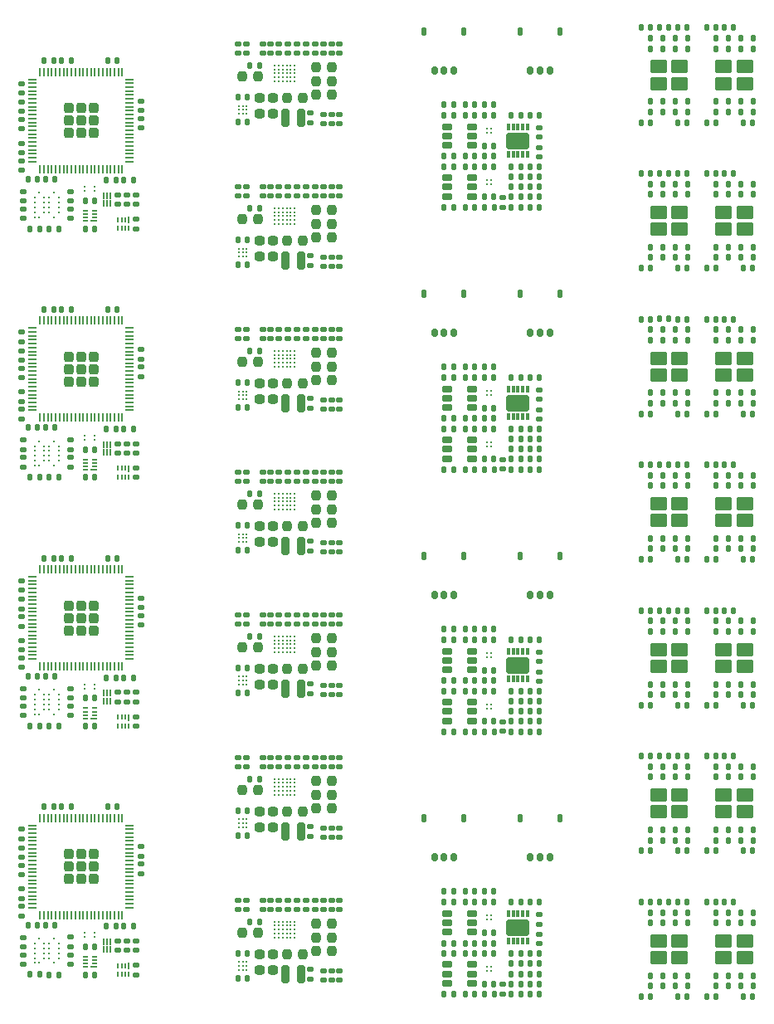
<source format=gtp>
G04 #@! TF.GenerationSoftware,KiCad,Pcbnew,8.0.4*
G04 #@! TF.CreationDate,2024-12-12T19:44:16+01:00*
G04 #@! TF.ProjectId,Combined_Module_Panel,436f6d62-696e-4656-945f-4d6f64756c65,rev?*
G04 #@! TF.SameCoordinates,Original*
G04 #@! TF.FileFunction,Paste,Top*
G04 #@! TF.FilePolarity,Positive*
%FSLAX46Y46*%
G04 Gerber Fmt 4.6, Leading zero omitted, Abs format (unit mm)*
G04 Created by KiCad (PCBNEW 8.0.4) date 2024-12-12 19:44:16*
%MOMM*%
%LPD*%
G01*
G04 APERTURE LIST*
G04 Aperture macros list*
%AMRoundRect*
0 Rectangle with rounded corners*
0 $1 Rounding radius*
0 $2 $3 $4 $5 $6 $7 $8 $9 X,Y pos of 4 corners*
0 Add a 4 corners polygon primitive as box body*
4,1,4,$2,$3,$4,$5,$6,$7,$8,$9,$2,$3,0*
0 Add four circle primitives for the rounded corners*
1,1,$1+$1,$2,$3*
1,1,$1+$1,$4,$5*
1,1,$1+$1,$6,$7*
1,1,$1+$1,$8,$9*
0 Add four rect primitives between the rounded corners*
20,1,$1+$1,$2,$3,$4,$5,0*
20,1,$1+$1,$4,$5,$6,$7,0*
20,1,$1+$1,$6,$7,$8,$9,0*
20,1,$1+$1,$8,$9,$2,$3,0*%
G04 Aperture macros list end*
%ADD10RoundRect,0.142500X-0.167500X0.142500X-0.167500X-0.142500X0.167500X-0.142500X0.167500X0.142500X0*%
%ADD11RoundRect,0.142500X0.142500X0.167500X-0.142500X0.167500X-0.142500X-0.167500X0.142500X-0.167500X0*%
%ADD12RoundRect,0.137500X0.137500X0.262500X-0.137500X0.262500X-0.137500X-0.262500X0.137500X-0.262500X0*%
%ADD13RoundRect,0.175000X0.175000X0.225000X-0.175000X0.225000X-0.175000X-0.225000X0.175000X-0.225000X0*%
%ADD14RoundRect,0.142500X-0.142500X-0.167500X0.142500X-0.167500X0.142500X0.167500X-0.142500X0.167500X0*%
%ADD15RoundRect,0.150000X-0.400000X-0.150000X0.400000X-0.150000X0.400000X0.150000X-0.400000X0.150000X0*%
%ADD16RoundRect,0.165000X1.035000X-0.660000X1.035000X0.660000X-1.035000X0.660000X-1.035000X-0.660000X0*%
%ADD17RoundRect,0.095000X0.095000X-0.275000X0.095000X0.275000X-0.095000X0.275000X-0.095000X-0.275000X0*%
%ADD18RoundRect,0.142500X0.167500X-0.142500X0.167500X0.142500X-0.167500X0.142500X-0.167500X-0.142500X0*%
%ADD19C,0.250000*%
%ADD20C,0.200000*%
%ADD21RoundRect,0.237500X-0.237500X-0.262500X0.237500X-0.262500X0.237500X0.262500X-0.237500X0.262500X0*%
%ADD22RoundRect,0.042500X-0.042500X0.257500X-0.042500X-0.257500X0.042500X-0.257500X0.042500X0.257500X0*%
%ADD23RoundRect,0.250000X0.615000X-0.435000X0.615000X0.435000X-0.615000X0.435000X-0.615000X-0.435000X0*%
%ADD24RoundRect,0.125000X0.125000X-0.200000X0.125000X0.200000X-0.125000X0.200000X-0.125000X-0.200000X0*%
%ADD25RoundRect,0.125000X0.125000X-0.250000X0.125000X0.250000X-0.125000X0.250000X-0.125000X-0.250000X0*%
%ADD26RoundRect,0.237500X0.237500X0.262500X-0.237500X0.262500X-0.237500X-0.262500X0.237500X-0.262500X0*%
%ADD27C,0.230000*%
%ADD28RoundRect,0.237500X-0.262500X0.237500X-0.262500X-0.237500X0.262500X-0.237500X0.262500X0.237500X0*%
%ADD29RoundRect,0.043750X-0.043750X0.256250X-0.043750X-0.256250X0.043750X-0.256250X0.043750X0.256250X0*%
%ADD30RoundRect,0.043750X-0.043750X0.206250X-0.043750X-0.206250X0.043750X-0.206250X0.043750X0.206250X0*%
%ADD31RoundRect,0.043750X0.256250X0.043750X-0.256250X0.043750X-0.256250X-0.043750X0.256250X-0.043750X0*%
%ADD32RoundRect,0.043750X0.206250X0.043750X-0.206250X0.043750X-0.206250X-0.043750X0.206250X-0.043750X0*%
%ADD33RoundRect,0.200000X0.200000X0.700000X-0.200000X0.700000X-0.200000X-0.700000X0.200000X-0.700000X0*%
%ADD34RoundRect,0.250000X0.260000X-0.260000X0.260000X0.260000X-0.260000X0.260000X-0.260000X-0.260000X0*%
%ADD35RoundRect,0.050000X0.050000X-0.362500X0.050000X0.362500X-0.050000X0.362500X-0.050000X-0.362500X0*%
%ADD36RoundRect,0.050000X0.362500X-0.050000X0.362500X0.050000X-0.362500X0.050000X-0.362500X-0.050000X0*%
%ADD37RoundRect,0.050000X-0.362500X-0.050000X0.362500X-0.050000X0.362500X0.050000X-0.362500X0.050000X0*%
G04 APERTURE END LIST*
D10*
G04 #@! TO.C,R60*
X148104503Y-139602781D03*
X148104503Y-138642781D03*
G04 #@! TD*
D11*
G04 #@! TO.C,R12*
X140540581Y-144746381D03*
X141500581Y-144746381D03*
G04 #@! TD*
G04 #@! TO.C,R64*
X140540581Y-134267703D03*
X141500581Y-134267703D03*
G04 #@! TD*
D12*
G04 #@! TO.C,J2*
X136338581Y-126790703D03*
X140388581Y-126790703D03*
D13*
X137363581Y-130790703D03*
X138363581Y-130790703D03*
X139363581Y-130790703D03*
G04 #@! TD*
D14*
G04 #@! TO.C,C20*
X141500581Y-139552981D03*
X140540581Y-139552981D03*
G04 #@! TD*
G04 #@! TO.C,C21*
X146167503Y-143707781D03*
X145207503Y-143707781D03*
G04 #@! TD*
G04 #@! TO.C,R14*
X146167503Y-140621381D03*
X145207503Y-140621381D03*
G04 #@! TD*
G04 #@! TO.C,R19*
X148104503Y-142685981D03*
X147144503Y-142685981D03*
G04 #@! TD*
D11*
G04 #@! TO.C,C31*
X138370581Y-144746381D03*
X139330581Y-144746381D03*
G04 #@! TD*
D14*
G04 #@! TO.C,C78*
X143450581Y-143707781D03*
X142490581Y-143707781D03*
G04 #@! TD*
D10*
G04 #@! TO.C,R15*
X148104503Y-137607381D03*
X148104503Y-136647381D03*
G04 #@! TD*
D14*
G04 #@! TO.C,C19*
X143450581Y-135336103D03*
X142490581Y-135336103D03*
G04 #@! TD*
D15*
G04 #@! TO.C,U25*
X141235581Y-142685981D03*
X141235581Y-141735981D03*
X141235581Y-143635981D03*
X138635581Y-143635981D03*
X138635581Y-142685981D03*
X138635581Y-141735981D03*
G04 #@! TD*
D14*
G04 #@! TO.C,R59*
X148092503Y-135336103D03*
X147132503Y-135336103D03*
G04 #@! TD*
G04 #@! TO.C,R58*
X148104503Y-140621381D03*
X147144503Y-140621381D03*
G04 #@! TD*
G04 #@! TO.C,R16*
X148104503Y-143707781D03*
X147144503Y-143707781D03*
G04 #@! TD*
D15*
G04 #@! TO.C,U24*
X141235581Y-137488381D03*
X141235581Y-136538381D03*
X141235581Y-138438381D03*
X138635581Y-138438381D03*
X138635581Y-137488381D03*
X138635581Y-136538381D03*
G04 #@! TD*
D16*
G04 #@! TO.C,U6*
X145901303Y-137978742D03*
D17*
X144901303Y-136578742D03*
X145401303Y-136578742D03*
X145901303Y-136578742D03*
X146401303Y-136578742D03*
X146901303Y-136578742D03*
X146901303Y-139378742D03*
X146401303Y-139378742D03*
X145901303Y-139378742D03*
X145401303Y-139378742D03*
X144901303Y-139378742D03*
G04 #@! TD*
D14*
G04 #@! TO.C,R11*
X139330581Y-139552981D03*
X138370581Y-139552981D03*
G04 #@! TD*
D11*
G04 #@! TO.C,C25*
X142490581Y-134267703D03*
X143450581Y-134267703D03*
G04 #@! TD*
D14*
G04 #@! TO.C,C23*
X146167503Y-141640581D03*
X145207503Y-141640581D03*
G04 #@! TD*
D11*
G04 #@! TO.C,C26*
X145207503Y-135336103D03*
X146167503Y-135336103D03*
G04 #@! TD*
G04 #@! TO.C,C82*
X140540581Y-135336103D03*
X141500581Y-135336103D03*
G04 #@! TD*
D14*
G04 #@! TO.C,C24*
X146167503Y-142685981D03*
X145207503Y-142685981D03*
G04 #@! TD*
G04 #@! TO.C,R18*
X148104503Y-141641981D03*
X147144503Y-141641981D03*
G04 #@! TD*
D11*
G04 #@! TO.C,C81*
X140540581Y-140621381D03*
X141500581Y-140621381D03*
G04 #@! TD*
D14*
G04 #@! TO.C,C22*
X146167503Y-144746381D03*
X145207503Y-144746381D03*
G04 #@! TD*
G04 #@! TO.C,C83*
X143460581Y-144746381D03*
X142500581Y-144746381D03*
G04 #@! TD*
D11*
G04 #@! TO.C,C32*
X138370581Y-140621381D03*
X139330581Y-140621381D03*
G04 #@! TD*
D14*
G04 #@! TO.C,C33*
X143450581Y-139552981D03*
X142490581Y-139552981D03*
G04 #@! TD*
D18*
G04 #@! TO.C,FB2*
X144324703Y-143767781D03*
X144324703Y-144727781D03*
G04 #@! TD*
D12*
G04 #@! TO.C,J11*
X146111581Y-126790703D03*
X150161581Y-126790703D03*
D13*
X147136581Y-130790703D03*
X148136581Y-130790703D03*
X149136581Y-130790703D03*
G04 #@! TD*
D14*
G04 #@! TO.C,R17*
X148104503Y-144746381D03*
X147144503Y-144746381D03*
G04 #@! TD*
G04 #@! TO.C,C77*
X143450581Y-140621381D03*
X142490581Y-140621381D03*
G04 #@! TD*
G04 #@! TO.C,R13*
X139330581Y-134267703D03*
X138370581Y-134267703D03*
G04 #@! TD*
D19*
G04 #@! TO.C,U5*
X143170581Y-137110342D03*
X142770581Y-137110342D03*
X143170581Y-136710342D03*
X142770581Y-136710342D03*
G04 #@! TD*
D14*
G04 #@! TO.C,C28*
X143450581Y-138484581D03*
X142490581Y-138484581D03*
G04 #@! TD*
D20*
G04 #@! TO.C,U4*
X143170581Y-141964581D03*
X143170581Y-142364581D03*
X142770581Y-141964581D03*
X142770581Y-142364581D03*
G04 #@! TD*
D14*
G04 #@! TO.C,R63*
X139330581Y-135336103D03*
X138370581Y-135336103D03*
G04 #@! TD*
D10*
G04 #@! TO.C,R60*
X148104503Y-112832400D03*
X148104503Y-111872400D03*
G04 #@! TD*
D11*
G04 #@! TO.C,R12*
X140540581Y-117976000D03*
X141500581Y-117976000D03*
G04 #@! TD*
G04 #@! TO.C,R64*
X140540581Y-107497322D03*
X141500581Y-107497322D03*
G04 #@! TD*
D12*
G04 #@! TO.C,J2*
X136338581Y-100020322D03*
X140388581Y-100020322D03*
D13*
X137363581Y-104020322D03*
X138363581Y-104020322D03*
X139363581Y-104020322D03*
G04 #@! TD*
D14*
G04 #@! TO.C,C20*
X141500581Y-112782600D03*
X140540581Y-112782600D03*
G04 #@! TD*
G04 #@! TO.C,C21*
X146167503Y-116937400D03*
X145207503Y-116937400D03*
G04 #@! TD*
G04 #@! TO.C,R14*
X146167503Y-113851000D03*
X145207503Y-113851000D03*
G04 #@! TD*
G04 #@! TO.C,R19*
X148104503Y-115915600D03*
X147144503Y-115915600D03*
G04 #@! TD*
D11*
G04 #@! TO.C,C31*
X138370581Y-117976000D03*
X139330581Y-117976000D03*
G04 #@! TD*
D14*
G04 #@! TO.C,C78*
X143450581Y-116937400D03*
X142490581Y-116937400D03*
G04 #@! TD*
D10*
G04 #@! TO.C,R15*
X148104503Y-110837000D03*
X148104503Y-109877000D03*
G04 #@! TD*
D14*
G04 #@! TO.C,C19*
X143450581Y-108565722D03*
X142490581Y-108565722D03*
G04 #@! TD*
D15*
G04 #@! TO.C,U25*
X141235581Y-115915600D03*
X141235581Y-114965600D03*
X141235581Y-116865600D03*
X138635581Y-116865600D03*
X138635581Y-115915600D03*
X138635581Y-114965600D03*
G04 #@! TD*
D14*
G04 #@! TO.C,R59*
X148092503Y-108565722D03*
X147132503Y-108565722D03*
G04 #@! TD*
G04 #@! TO.C,R58*
X148104503Y-113851000D03*
X147144503Y-113851000D03*
G04 #@! TD*
G04 #@! TO.C,R16*
X148104503Y-116937400D03*
X147144503Y-116937400D03*
G04 #@! TD*
D15*
G04 #@! TO.C,U24*
X141235581Y-110718000D03*
X141235581Y-109768000D03*
X141235581Y-111668000D03*
X138635581Y-111668000D03*
X138635581Y-110718000D03*
X138635581Y-109768000D03*
G04 #@! TD*
D16*
G04 #@! TO.C,U6*
X145901303Y-111208361D03*
D17*
X144901303Y-109808361D03*
X145401303Y-109808361D03*
X145901303Y-109808361D03*
X146401303Y-109808361D03*
X146901303Y-109808361D03*
X146901303Y-112608361D03*
X146401303Y-112608361D03*
X145901303Y-112608361D03*
X145401303Y-112608361D03*
X144901303Y-112608361D03*
G04 #@! TD*
D14*
G04 #@! TO.C,R11*
X139330581Y-112782600D03*
X138370581Y-112782600D03*
G04 #@! TD*
D11*
G04 #@! TO.C,C25*
X142490581Y-107497322D03*
X143450581Y-107497322D03*
G04 #@! TD*
D14*
G04 #@! TO.C,C23*
X146167503Y-114870200D03*
X145207503Y-114870200D03*
G04 #@! TD*
D11*
G04 #@! TO.C,C26*
X145207503Y-108565722D03*
X146167503Y-108565722D03*
G04 #@! TD*
G04 #@! TO.C,C82*
X140540581Y-108565722D03*
X141500581Y-108565722D03*
G04 #@! TD*
D14*
G04 #@! TO.C,C24*
X146167503Y-115915600D03*
X145207503Y-115915600D03*
G04 #@! TD*
G04 #@! TO.C,R18*
X148104503Y-114871600D03*
X147144503Y-114871600D03*
G04 #@! TD*
D11*
G04 #@! TO.C,C81*
X140540581Y-113851000D03*
X141500581Y-113851000D03*
G04 #@! TD*
D14*
G04 #@! TO.C,C22*
X146167503Y-117976000D03*
X145207503Y-117976000D03*
G04 #@! TD*
G04 #@! TO.C,C83*
X143460581Y-117976000D03*
X142500581Y-117976000D03*
G04 #@! TD*
D11*
G04 #@! TO.C,C32*
X138370581Y-113851000D03*
X139330581Y-113851000D03*
G04 #@! TD*
D14*
G04 #@! TO.C,C33*
X143450581Y-112782600D03*
X142490581Y-112782600D03*
G04 #@! TD*
D18*
G04 #@! TO.C,FB2*
X144324703Y-116997400D03*
X144324703Y-117957400D03*
G04 #@! TD*
D12*
G04 #@! TO.C,J11*
X146111581Y-100020322D03*
X150161581Y-100020322D03*
D13*
X147136581Y-104020322D03*
X148136581Y-104020322D03*
X149136581Y-104020322D03*
G04 #@! TD*
D14*
G04 #@! TO.C,R17*
X148104503Y-117976000D03*
X147144503Y-117976000D03*
G04 #@! TD*
G04 #@! TO.C,C77*
X143450581Y-113851000D03*
X142490581Y-113851000D03*
G04 #@! TD*
G04 #@! TO.C,R13*
X139330581Y-107497322D03*
X138370581Y-107497322D03*
G04 #@! TD*
D19*
G04 #@! TO.C,U5*
X143170581Y-110339961D03*
X142770581Y-110339961D03*
X143170581Y-109939961D03*
X142770581Y-109939961D03*
G04 #@! TD*
D14*
G04 #@! TO.C,C28*
X143450581Y-111714200D03*
X142490581Y-111714200D03*
G04 #@! TD*
D20*
G04 #@! TO.C,U4*
X143170581Y-115194200D03*
X143170581Y-115594200D03*
X142770581Y-115194200D03*
X142770581Y-115594200D03*
G04 #@! TD*
D14*
G04 #@! TO.C,R63*
X139330581Y-108565722D03*
X138370581Y-108565722D03*
G04 #@! TD*
D10*
G04 #@! TO.C,R60*
X148104503Y-86079400D03*
X148104503Y-85119400D03*
G04 #@! TD*
D11*
G04 #@! TO.C,R12*
X140540581Y-91223000D03*
X141500581Y-91223000D03*
G04 #@! TD*
G04 #@! TO.C,R64*
X140540581Y-80744322D03*
X141500581Y-80744322D03*
G04 #@! TD*
D12*
G04 #@! TO.C,J2*
X136338581Y-73267322D03*
X140388581Y-73267322D03*
D13*
X137363581Y-77267322D03*
X138363581Y-77267322D03*
X139363581Y-77267322D03*
G04 #@! TD*
D14*
G04 #@! TO.C,C20*
X141500581Y-86029600D03*
X140540581Y-86029600D03*
G04 #@! TD*
G04 #@! TO.C,C21*
X146167503Y-90184400D03*
X145207503Y-90184400D03*
G04 #@! TD*
G04 #@! TO.C,R14*
X146167503Y-87098000D03*
X145207503Y-87098000D03*
G04 #@! TD*
G04 #@! TO.C,R19*
X148104503Y-89162600D03*
X147144503Y-89162600D03*
G04 #@! TD*
D11*
G04 #@! TO.C,C31*
X138370581Y-91223000D03*
X139330581Y-91223000D03*
G04 #@! TD*
D14*
G04 #@! TO.C,C78*
X143450581Y-90184400D03*
X142490581Y-90184400D03*
G04 #@! TD*
D10*
G04 #@! TO.C,R15*
X148104503Y-84084000D03*
X148104503Y-83124000D03*
G04 #@! TD*
D14*
G04 #@! TO.C,C19*
X143450581Y-81812722D03*
X142490581Y-81812722D03*
G04 #@! TD*
D15*
G04 #@! TO.C,U25*
X141235581Y-89162600D03*
X141235581Y-88212600D03*
X141235581Y-90112600D03*
X138635581Y-90112600D03*
X138635581Y-89162600D03*
X138635581Y-88212600D03*
G04 #@! TD*
D14*
G04 #@! TO.C,R59*
X148092503Y-81812722D03*
X147132503Y-81812722D03*
G04 #@! TD*
G04 #@! TO.C,R58*
X148104503Y-87098000D03*
X147144503Y-87098000D03*
G04 #@! TD*
G04 #@! TO.C,R16*
X148104503Y-90184400D03*
X147144503Y-90184400D03*
G04 #@! TD*
D15*
G04 #@! TO.C,U24*
X141235581Y-83965000D03*
X141235581Y-83015000D03*
X141235581Y-84915000D03*
X138635581Y-84915000D03*
X138635581Y-83965000D03*
X138635581Y-83015000D03*
G04 #@! TD*
D16*
G04 #@! TO.C,U6*
X145901303Y-84455361D03*
D17*
X144901303Y-83055361D03*
X145401303Y-83055361D03*
X145901303Y-83055361D03*
X146401303Y-83055361D03*
X146901303Y-83055361D03*
X146901303Y-85855361D03*
X146401303Y-85855361D03*
X145901303Y-85855361D03*
X145401303Y-85855361D03*
X144901303Y-85855361D03*
G04 #@! TD*
D14*
G04 #@! TO.C,R11*
X139330581Y-86029600D03*
X138370581Y-86029600D03*
G04 #@! TD*
D11*
G04 #@! TO.C,C25*
X142490581Y-80744322D03*
X143450581Y-80744322D03*
G04 #@! TD*
D14*
G04 #@! TO.C,C23*
X146167503Y-88117200D03*
X145207503Y-88117200D03*
G04 #@! TD*
D11*
G04 #@! TO.C,C26*
X145207503Y-81812722D03*
X146167503Y-81812722D03*
G04 #@! TD*
G04 #@! TO.C,C82*
X140540581Y-81812722D03*
X141500581Y-81812722D03*
G04 #@! TD*
D14*
G04 #@! TO.C,C24*
X146167503Y-89162600D03*
X145207503Y-89162600D03*
G04 #@! TD*
G04 #@! TO.C,R18*
X148104503Y-88118600D03*
X147144503Y-88118600D03*
G04 #@! TD*
D11*
G04 #@! TO.C,C81*
X140540581Y-87098000D03*
X141500581Y-87098000D03*
G04 #@! TD*
D14*
G04 #@! TO.C,C22*
X146167503Y-91223000D03*
X145207503Y-91223000D03*
G04 #@! TD*
G04 #@! TO.C,C83*
X143460581Y-91223000D03*
X142500581Y-91223000D03*
G04 #@! TD*
D11*
G04 #@! TO.C,C32*
X138370581Y-87098000D03*
X139330581Y-87098000D03*
G04 #@! TD*
D14*
G04 #@! TO.C,C33*
X143450581Y-86029600D03*
X142490581Y-86029600D03*
G04 #@! TD*
D18*
G04 #@! TO.C,FB2*
X144324703Y-90244400D03*
X144324703Y-91204400D03*
G04 #@! TD*
D12*
G04 #@! TO.C,J11*
X146111581Y-73267322D03*
X150161581Y-73267322D03*
D13*
X147136581Y-77267322D03*
X148136581Y-77267322D03*
X149136581Y-77267322D03*
G04 #@! TD*
D14*
G04 #@! TO.C,R17*
X148104503Y-91223000D03*
X147144503Y-91223000D03*
G04 #@! TD*
G04 #@! TO.C,C77*
X143450581Y-87098000D03*
X142490581Y-87098000D03*
G04 #@! TD*
G04 #@! TO.C,R13*
X139330581Y-80744322D03*
X138370581Y-80744322D03*
G04 #@! TD*
D19*
G04 #@! TO.C,U5*
X143170581Y-83586961D03*
X142770581Y-83586961D03*
X143170581Y-83186961D03*
X142770581Y-83186961D03*
G04 #@! TD*
D14*
G04 #@! TO.C,C28*
X143450581Y-84961200D03*
X142490581Y-84961200D03*
G04 #@! TD*
D20*
G04 #@! TO.C,U4*
X143170581Y-88441200D03*
X143170581Y-88841200D03*
X142770581Y-88441200D03*
X142770581Y-88841200D03*
G04 #@! TD*
D14*
G04 #@! TO.C,R63*
X139330581Y-81812722D03*
X138370581Y-81812722D03*
G04 #@! TD*
G04 #@! TO.C,R50*
X165139162Y-70683333D03*
X166099162Y-70683333D03*
G04 #@! TD*
D21*
G04 #@! TO.C,C9*
X125273000Y-50198500D03*
X126873000Y-50198500D03*
G04 #@! TD*
D22*
G04 #@! TO.C,U22*
X104294000Y-139414000D03*
X103944000Y-139414000D03*
X103594000Y-139414000D03*
X103594000Y-140214000D03*
X103944000Y-140214000D03*
X104294000Y-140214000D03*
G04 #@! TD*
D19*
G04 #@! TO.C,U17*
X98553000Y-141580000D03*
X97053000Y-141580000D03*
X96553000Y-141580000D03*
X99053000Y-141080000D03*
X98053000Y-141080000D03*
X97553000Y-141080000D03*
X96553000Y-141080000D03*
X99053000Y-140580000D03*
X98053000Y-140580000D03*
X97553000Y-140580000D03*
X96553000Y-140580000D03*
X99053000Y-140080000D03*
X98053000Y-140080000D03*
X97553000Y-140080000D03*
X96553000Y-140080000D03*
X99053000Y-139580000D03*
X98053000Y-139580000D03*
X97553000Y-139580000D03*
X96553000Y-139580000D03*
X98553000Y-139080000D03*
X97053000Y-139080000D03*
G04 #@! TD*
D11*
G04 #@! TO.C,R51*
X169814162Y-100413333D03*
X168854162Y-100413333D03*
G04 #@! TD*
D14*
G04 #@! TO.C,R49*
X160346662Y-120473333D03*
X161306662Y-120473333D03*
G04 #@! TD*
D11*
G04 #@! TO.C,C16*
X119503000Y-137396100D03*
X118543000Y-137396100D03*
G04 #@! TD*
D10*
G04 #@! TO.C,R8*
X120673000Y-106066900D03*
X120673000Y-107026900D03*
G04 #@! TD*
D11*
G04 #@! TO.C,C72*
X102691669Y-114554500D03*
X101731669Y-114554500D03*
G04 #@! TD*
D10*
G04 #@! TO.C,C75*
X105087000Y-63221000D03*
X105087000Y-64181000D03*
G04 #@! TD*
D14*
G04 #@! TO.C,R49*
X160346662Y-61013333D03*
X161306662Y-61013333D03*
G04 #@! TD*
G04 #@! TO.C,C66*
X95877000Y-86959000D03*
X96837000Y-86959000D03*
G04 #@! TD*
G04 #@! TO.C,C1*
X117318000Y-53223500D03*
X118278000Y-53223500D03*
G04 #@! TD*
D23*
G04 #@! TO.C,U19*
X166904162Y-51835833D03*
X169054162Y-51835833D03*
X166904162Y-50135833D03*
X169054162Y-50135833D03*
X169054162Y-50135833D03*
D24*
X166074162Y-54735833D03*
D25*
X166074162Y-53685833D03*
D24*
X167344162Y-54735833D03*
D25*
X167344162Y-53685833D03*
D24*
X168614162Y-54735833D03*
D25*
X168614162Y-53685833D03*
D24*
X169884162Y-54735833D03*
D25*
X169884162Y-53685833D03*
X169884162Y-48285833D03*
D24*
X169884162Y-47235833D03*
D25*
X168614162Y-48285833D03*
D24*
X168614162Y-47235833D03*
D25*
X167344162Y-48285833D03*
D24*
X167344162Y-47235833D03*
D25*
X166074162Y-48285833D03*
D24*
X166074162Y-47235833D03*
G04 #@! TD*
D18*
G04 #@! TO.C,C15*
X123348000Y-107026900D03*
X123348000Y-106066900D03*
G04 #@! TD*
D10*
G04 #@! TO.C,R5*
X127698000Y-62380600D03*
X127698000Y-63340600D03*
G04 #@! TD*
G04 #@! TO.C,R41*
X95224000Y-134046000D03*
X95224000Y-135006000D03*
G04 #@! TD*
D11*
G04 #@! TO.C,C76*
X102691669Y-92050000D03*
X101731669Y-92050000D03*
G04 #@! TD*
G04 #@! TO.C,C60*
X159449162Y-105613333D03*
X158489162Y-105613333D03*
G04 #@! TD*
D10*
G04 #@! TO.C,R5*
X127698000Y-76942700D03*
X127698000Y-77902700D03*
G04 #@! TD*
D18*
G04 #@! TO.C,C11*
X121498000Y-107026900D03*
X121498000Y-106066900D03*
G04 #@! TD*
D11*
G04 #@! TO.C,C60*
X159449162Y-90748333D03*
X158489162Y-90748333D03*
G04 #@! TD*
D18*
G04 #@! TO.C,R2*
X118148000Y-136151100D03*
X118148000Y-135191100D03*
G04 #@! TD*
G04 #@! TO.C,R57*
X126048000Y-85102700D03*
X126048000Y-84142700D03*
G04 #@! TD*
D21*
G04 #@! TO.C,C7*
X125273000Y-96684800D03*
X126873000Y-96684800D03*
G04 #@! TD*
D11*
G04 #@! TO.C,R39*
X97078000Y-92025000D03*
X96118000Y-92025000D03*
G04 #@! TD*
D10*
G04 #@! TO.C,C69*
X95224000Y-79113000D03*
X95224000Y-80073000D03*
G04 #@! TD*
D18*
G04 #@! TO.C,C10*
X124698000Y-143201100D03*
X124698000Y-142241100D03*
G04 #@! TD*
G04 #@! TO.C,C15*
X123348000Y-63340600D03*
X123348000Y-62380600D03*
G04 #@! TD*
D10*
G04 #@! TO.C,R9*
X119848000Y-62380600D03*
X119848000Y-63340600D03*
G04 #@! TD*
D18*
G04 #@! TO.C,R1*
X117318000Y-121589000D03*
X117318000Y-120629000D03*
G04 #@! TD*
D14*
G04 #@! TO.C,C1*
X117318000Y-126034000D03*
X118278000Y-126034000D03*
G04 #@! TD*
D18*
G04 #@! TO.C,R1*
X117318000Y-92464800D03*
X117318000Y-91504800D03*
G04 #@! TD*
D26*
G04 #@! TO.C,C3*
X119323000Y-138471100D03*
X117723000Y-138471100D03*
G04 #@! TD*
D11*
G04 #@! TO.C,C72*
X102691669Y-89183500D03*
X101731669Y-89183500D03*
G04 #@! TD*
G04 #@! TO.C,C61*
X166099162Y-105610833D03*
X165139162Y-105610833D03*
G04 #@! TD*
D27*
G04 #@! TO.C,U1*
X117398000Y-68685600D03*
X117798000Y-68685600D03*
X118198000Y-68685600D03*
X117398000Y-69085600D03*
X117798000Y-69085600D03*
X118198000Y-69085600D03*
X117398000Y-69485600D03*
X117798000Y-69485600D03*
X118198000Y-69485600D03*
G04 #@! TD*
D28*
G04 #@! TO.C,C4*
X120873000Y-96984800D03*
X120873000Y-98584800D03*
G04 #@! TD*
D14*
G04 #@! TO.C,C66*
X95877000Y-61588000D03*
X96837000Y-61588000D03*
G04 #@! TD*
D10*
G04 #@! TO.C,C69*
X95224000Y-53742000D03*
X95224000Y-54702000D03*
G04 #@! TD*
D11*
G04 #@! TO.C,C16*
X119503000Y-50023500D03*
X118543000Y-50023500D03*
G04 #@! TD*
D10*
G04 #@! TO.C,C69*
X95224000Y-104484000D03*
X95224000Y-105444000D03*
G04 #@! TD*
D28*
G04 #@! TO.C,C6*
X119523000Y-53298500D03*
X119523000Y-54898500D03*
G04 #@! TD*
D10*
G04 #@! TO.C,R6*
X126873000Y-47818500D03*
X126873000Y-48778500D03*
G04 #@! TD*
G04 #@! TO.C,C74*
X106937000Y-65719000D03*
X106937000Y-66679000D03*
G04 #@! TD*
D19*
G04 #@! TO.C,OSC2*
X102701000Y-87777000D03*
X101701000Y-87777000D03*
X101701000Y-88187000D03*
X102701000Y-88187000D03*
G04 #@! TD*
G04 #@! TO.C,U17*
X98553000Y-116209000D03*
X97053000Y-116209000D03*
X96553000Y-116209000D03*
X99053000Y-115709000D03*
X98053000Y-115709000D03*
X97553000Y-115709000D03*
X96553000Y-115709000D03*
X99053000Y-115209000D03*
X98053000Y-115209000D03*
X97553000Y-115209000D03*
X96553000Y-115209000D03*
X99053000Y-114709000D03*
X98053000Y-114709000D03*
X97553000Y-114709000D03*
X96553000Y-114709000D03*
X99053000Y-114209000D03*
X98053000Y-114209000D03*
X97553000Y-114209000D03*
X96553000Y-114209000D03*
X98553000Y-113709000D03*
X97053000Y-113709000D03*
G04 #@! TD*
D14*
G04 #@! TO.C,R52*
X166959162Y-75880833D03*
X167919162Y-75880833D03*
G04 #@! TD*
D10*
G04 #@! TO.C,R9*
X119848000Y-47818500D03*
X119848000Y-48778500D03*
G04 #@! TD*
D11*
G04 #@! TO.C,C67*
X106626000Y-112457000D03*
X105666000Y-112457000D03*
G04 #@! TD*
G04 #@! TO.C,C61*
X166099162Y-61015833D03*
X165139162Y-61015833D03*
G04 #@! TD*
D14*
G04 #@! TO.C,R50*
X165139162Y-115278333D03*
X166099162Y-115278333D03*
G04 #@! TD*
D29*
G04 #@! TO.C,U20*
X106144000Y-65799000D03*
D30*
X105794000Y-65749000D03*
X105444000Y-65749000D03*
X105094000Y-65749000D03*
X105094000Y-66649000D03*
X105444000Y-66649000D03*
X105794000Y-66649000D03*
X106144000Y-66649000D03*
G04 #@! TD*
D11*
G04 #@! TO.C,C61*
X166099162Y-90745833D03*
X165139162Y-90745833D03*
G04 #@! TD*
G04 #@! TO.C,R51*
X169814162Y-145007333D03*
X168854162Y-145007333D03*
G04 #@! TD*
D10*
G04 #@! TO.C,R5*
X127698000Y-106066900D03*
X127698000Y-107026900D03*
G04 #@! TD*
D18*
G04 #@! TO.C,C13*
X125223000Y-121589000D03*
X125223000Y-120629000D03*
G04 #@! TD*
D14*
G04 #@! TO.C,R50*
X165139162Y-100413333D03*
X166099162Y-100413333D03*
G04 #@! TD*
D10*
G04 #@! TO.C,C68*
X107416000Y-53615000D03*
X107416000Y-54575000D03*
G04 #@! TD*
D11*
G04 #@! TO.C,C16*
X119503000Y-122834000D03*
X118543000Y-122834000D03*
G04 #@! TD*
D10*
G04 #@! TO.C,R54*
X106012000Y-113963000D03*
X106012000Y-114923000D03*
G04 #@! TD*
G04 #@! TO.C,R45*
X100212000Y-140743000D03*
X100212000Y-141703000D03*
G04 #@! TD*
D21*
G04 #@! TO.C,C8*
X125273000Y-138971100D03*
X126873000Y-138971100D03*
G04 #@! TD*
D26*
G04 #@! TO.C,C3*
X119323000Y-123909000D03*
X117723000Y-123909000D03*
G04 #@! TD*
D11*
G04 #@! TO.C,C67*
X106626000Y-137828000D03*
X105666000Y-137828000D03*
G04 #@! TD*
G04 #@! TO.C,C67*
X106626000Y-87086000D03*
X105666000Y-87086000D03*
G04 #@! TD*
D14*
G04 #@! TO.C,C2*
X117318000Y-128609000D03*
X118278000Y-128609000D03*
G04 #@! TD*
D31*
G04 #@! TO.C,U21*
X102611669Y-91257000D03*
D32*
X102661669Y-90907000D03*
X102661669Y-90557000D03*
X102661669Y-90207000D03*
X101761669Y-90207000D03*
X101761669Y-90557000D03*
X101761669Y-90907000D03*
X101761669Y-91257000D03*
G04 #@! TD*
D11*
G04 #@! TO.C,C16*
X119503000Y-64585600D03*
X118543000Y-64585600D03*
G04 #@! TD*
D10*
G04 #@! TO.C,R6*
X126873000Y-106066900D03*
X126873000Y-107026900D03*
G04 #@! TD*
D26*
G04 #@! TO.C,C3*
X119323000Y-80222700D03*
X117723000Y-80222700D03*
G04 #@! TD*
D18*
G04 #@! TO.C,R57*
X126048000Y-55978500D03*
X126048000Y-55018500D03*
G04 #@! TD*
D11*
G04 #@! TO.C,R51*
X169814162Y-115278333D03*
X168854162Y-115278333D03*
G04 #@! TD*
D23*
G04 #@! TO.C,U18*
X160254162Y-66700833D03*
X162404162Y-66700833D03*
X160254162Y-65000833D03*
X162404162Y-65000833D03*
X162404162Y-65000833D03*
D24*
X159424162Y-69600833D03*
D25*
X159424162Y-68550833D03*
D24*
X160694162Y-69600833D03*
D25*
X160694162Y-68550833D03*
D24*
X161964162Y-69600833D03*
D25*
X161964162Y-68550833D03*
D24*
X163234162Y-69600833D03*
D25*
X163234162Y-68550833D03*
X163234162Y-63150833D03*
D24*
X163234162Y-62100833D03*
D25*
X161964162Y-63150833D03*
D24*
X161964162Y-62100833D03*
D25*
X160694162Y-63150833D03*
D24*
X160694162Y-62100833D03*
D25*
X159424162Y-63150833D03*
D24*
X159424162Y-62100833D03*
G04 #@! TD*
D18*
G04 #@! TO.C,C10*
X124698000Y-84952700D03*
X124698000Y-83992700D03*
G04 #@! TD*
D10*
G04 #@! TO.C,C62*
X107416000Y-106135000D03*
X107416000Y-107095000D03*
G04 #@! TD*
D33*
G04 #@! TO.C,L2*
X123773000Y-55348500D03*
X122173000Y-55348500D03*
G04 #@! TD*
D29*
G04 #@! TO.C,U20*
X106144000Y-141912000D03*
D30*
X105794000Y-141862000D03*
X105444000Y-141862000D03*
X105094000Y-141862000D03*
X105094000Y-142762000D03*
X105444000Y-142762000D03*
X105794000Y-142762000D03*
X106144000Y-142762000D03*
G04 #@! TD*
D10*
G04 #@! TO.C,C71*
X95224000Y-127950000D03*
X95224000Y-128910000D03*
G04 #@! TD*
D27*
G04 #@! TO.C,U2*
X121098000Y-137371100D03*
X121498000Y-137371100D03*
X121898000Y-137371100D03*
X122298000Y-137371100D03*
X122698000Y-137371100D03*
X123098000Y-137371100D03*
X121098000Y-137771100D03*
X121498000Y-137771100D03*
X121898000Y-137771100D03*
X122298000Y-137771100D03*
X122698000Y-137771100D03*
X123098000Y-137771100D03*
X121098000Y-138171100D03*
X121498000Y-138171100D03*
X121898000Y-138171100D03*
X122298000Y-138171100D03*
X122698000Y-138171100D03*
X123098000Y-138171100D03*
X121098000Y-138571100D03*
X121498000Y-138571100D03*
X121898000Y-138571100D03*
X122298000Y-138571100D03*
X122698000Y-138571100D03*
X123098000Y-138571100D03*
X121098000Y-138971100D03*
X121498000Y-138971100D03*
X121898000Y-138971100D03*
X122298000Y-138971100D03*
X122698000Y-138971100D03*
X123098000Y-138971100D03*
G04 #@! TD*
D11*
G04 #@! TO.C,R47*
X163164162Y-105610833D03*
X162204162Y-105610833D03*
G04 #@! TD*
D28*
G04 #@! TO.C,C4*
X120873000Y-140671100D03*
X120873000Y-142271100D03*
G04 #@! TD*
D14*
G04 #@! TO.C,R52*
X166959162Y-120475833D03*
X167919162Y-120475833D03*
G04 #@! TD*
G04 #@! TO.C,R46*
X158489162Y-70683333D03*
X159449162Y-70683333D03*
G04 #@! TD*
D21*
G04 #@! TO.C,C5*
X122298000Y-140671100D03*
X123898000Y-140671100D03*
G04 #@! TD*
D18*
G04 #@! TO.C,C12*
X124273000Y-63340600D03*
X124273000Y-62380600D03*
G04 #@! TD*
D10*
G04 #@! TO.C,C65*
X95224000Y-80891000D03*
X95224000Y-81851000D03*
G04 #@! TD*
D21*
G04 #@! TO.C,C7*
X125273000Y-52998500D03*
X126873000Y-52998500D03*
G04 #@! TD*
D11*
G04 #@! TO.C,C64*
X98498000Y-49523000D03*
X97538000Y-49523000D03*
G04 #@! TD*
D18*
G04 #@! TO.C,C14*
X122423000Y-48778500D03*
X122423000Y-47818500D03*
G04 #@! TD*
D27*
G04 #@! TO.C,U2*
X121098000Y-122809000D03*
X121498000Y-122809000D03*
X121898000Y-122809000D03*
X122298000Y-122809000D03*
X122698000Y-122809000D03*
X123098000Y-122809000D03*
X121098000Y-123209000D03*
X121498000Y-123209000D03*
X121898000Y-123209000D03*
X122298000Y-123209000D03*
X122698000Y-123209000D03*
X123098000Y-123209000D03*
X121098000Y-123609000D03*
X121498000Y-123609000D03*
X121898000Y-123609000D03*
X122298000Y-123609000D03*
X122698000Y-123609000D03*
X123098000Y-123609000D03*
X121098000Y-124009000D03*
X121498000Y-124009000D03*
X121898000Y-124009000D03*
X122298000Y-124009000D03*
X122698000Y-124009000D03*
X123098000Y-124009000D03*
X121098000Y-124409000D03*
X121498000Y-124409000D03*
X121898000Y-124409000D03*
X122298000Y-124409000D03*
X122698000Y-124409000D03*
X123098000Y-124409000D03*
G04 #@! TD*
D11*
G04 #@! TO.C,R48*
X163164162Y-70683333D03*
X162204162Y-70683333D03*
G04 #@! TD*
D18*
G04 #@! TO.C,C14*
X122423000Y-77902700D03*
X122423000Y-76942700D03*
G04 #@! TD*
D10*
G04 #@! TO.C,R7*
X126048000Y-106066900D03*
X126048000Y-107026900D03*
G04 #@! TD*
D21*
G04 #@! TO.C,C8*
X125273000Y-51598500D03*
X126873000Y-51598500D03*
G04 #@! TD*
D27*
G04 #@! TO.C,U2*
X121098000Y-93684800D03*
X121498000Y-93684800D03*
X121898000Y-93684800D03*
X122298000Y-93684800D03*
X122698000Y-93684800D03*
X123098000Y-93684800D03*
X121098000Y-94084800D03*
X121498000Y-94084800D03*
X121898000Y-94084800D03*
X122298000Y-94084800D03*
X122698000Y-94084800D03*
X123098000Y-94084800D03*
X121098000Y-94484800D03*
X121498000Y-94484800D03*
X121898000Y-94484800D03*
X122298000Y-94484800D03*
X122698000Y-94484800D03*
X123098000Y-94484800D03*
X121098000Y-94884800D03*
X121498000Y-94884800D03*
X121898000Y-94884800D03*
X122298000Y-94884800D03*
X122698000Y-94884800D03*
X123098000Y-94884800D03*
X121098000Y-95284800D03*
X121498000Y-95284800D03*
X121898000Y-95284800D03*
X122298000Y-95284800D03*
X122698000Y-95284800D03*
X123098000Y-95284800D03*
G04 #@! TD*
D18*
G04 #@! TO.C,C14*
X122423000Y-63340600D03*
X122423000Y-62380600D03*
G04 #@! TD*
D14*
G04 #@! TO.C,R46*
X158489162Y-85548333D03*
X159449162Y-85548333D03*
G04 #@! TD*
D18*
G04 #@! TO.C,R56*
X126873000Y-70540600D03*
X126873000Y-69580600D03*
G04 #@! TD*
D27*
G04 #@! TO.C,U2*
X121098000Y-79122700D03*
X121498000Y-79122700D03*
X121898000Y-79122700D03*
X122298000Y-79122700D03*
X122698000Y-79122700D03*
X123098000Y-79122700D03*
X121098000Y-79522700D03*
X121498000Y-79522700D03*
X121898000Y-79522700D03*
X122298000Y-79522700D03*
X122698000Y-79522700D03*
X123098000Y-79522700D03*
X121098000Y-79922700D03*
X121498000Y-79922700D03*
X121898000Y-79922700D03*
X122298000Y-79922700D03*
X122698000Y-79922700D03*
X123098000Y-79922700D03*
X121098000Y-80322700D03*
X121498000Y-80322700D03*
X121898000Y-80322700D03*
X122298000Y-80322700D03*
X122698000Y-80322700D03*
X123098000Y-80322700D03*
X121098000Y-80722700D03*
X121498000Y-80722700D03*
X121898000Y-80722700D03*
X122298000Y-80722700D03*
X122698000Y-80722700D03*
X123098000Y-80722700D03*
G04 #@! TD*
D22*
G04 #@! TO.C,U22*
X104294000Y-114043000D03*
X103944000Y-114043000D03*
X103594000Y-114043000D03*
X103594000Y-114843000D03*
X103944000Y-114843000D03*
X104294000Y-114843000D03*
G04 #@! TD*
D23*
G04 #@! TO.C,U18*
X160254162Y-96430833D03*
X162404162Y-96430833D03*
X160254162Y-94730833D03*
X162404162Y-94730833D03*
X162404162Y-94730833D03*
D24*
X159424162Y-99330833D03*
D25*
X159424162Y-98280833D03*
D24*
X160694162Y-99330833D03*
D25*
X160694162Y-98280833D03*
D24*
X161964162Y-99330833D03*
D25*
X161964162Y-98280833D03*
D24*
X163234162Y-99330833D03*
D25*
X163234162Y-98280833D03*
X163234162Y-92880833D03*
D24*
X163234162Y-91830833D03*
D25*
X161964162Y-92880833D03*
D24*
X161964162Y-91830833D03*
D25*
X160694162Y-92880833D03*
D24*
X160694162Y-91830833D03*
D25*
X159424162Y-92880833D03*
D24*
X159424162Y-91830833D03*
G04 #@! TD*
D18*
G04 #@! TO.C,C11*
X121498000Y-63340600D03*
X121498000Y-62380600D03*
G04 #@! TD*
G04 #@! TO.C,R57*
X126048000Y-70540600D03*
X126048000Y-69580600D03*
G04 #@! TD*
G04 #@! TO.C,R44*
X95363000Y-114554000D03*
X95363000Y-113594000D03*
G04 #@! TD*
D14*
G04 #@! TO.C,R46*
X158489162Y-145007333D03*
X159449162Y-145007333D03*
G04 #@! TD*
D11*
G04 #@! TO.C,C61*
X166099162Y-46150833D03*
X165139162Y-46150833D03*
G04 #@! TD*
G04 #@! TO.C,C61*
X166099162Y-135339833D03*
X165139162Y-135339833D03*
G04 #@! TD*
D10*
G04 #@! TO.C,R54*
X106012000Y-63221000D03*
X106012000Y-64181000D03*
G04 #@! TD*
D28*
G04 #@! TO.C,C6*
X119523000Y-126109000D03*
X119523000Y-127709000D03*
G04 #@! TD*
D10*
G04 #@! TO.C,R6*
X126873000Y-91504800D03*
X126873000Y-92464800D03*
G04 #@! TD*
D27*
G04 #@! TO.C,U1*
X117398000Y-83247700D03*
X117798000Y-83247700D03*
X118198000Y-83247700D03*
X117398000Y-83647700D03*
X117798000Y-83647700D03*
X118198000Y-83647700D03*
X117398000Y-84047700D03*
X117798000Y-84047700D03*
X118198000Y-84047700D03*
G04 #@! TD*
D18*
G04 #@! TO.C,R43*
X100212000Y-139917000D03*
X100212000Y-138957000D03*
G04 #@! TD*
G04 #@! TO.C,R43*
X100212000Y-114546000D03*
X100212000Y-113586000D03*
G04 #@! TD*
G04 #@! TO.C,R1*
X117318000Y-136151100D03*
X117318000Y-135191100D03*
G04 #@! TD*
D10*
G04 #@! TO.C,R6*
X126873000Y-62380600D03*
X126873000Y-63340600D03*
G04 #@! TD*
D21*
G04 #@! TO.C,C8*
X125273000Y-80722700D03*
X126873000Y-80722700D03*
G04 #@! TD*
D14*
G04 #@! TO.C,C2*
X117318000Y-99484800D03*
X118278000Y-99484800D03*
G04 #@! TD*
D18*
G04 #@! TO.C,C11*
X121498000Y-121589000D03*
X121498000Y-120629000D03*
G04 #@! TD*
D10*
G04 #@! TO.C,R8*
X120673000Y-91504800D03*
X120673000Y-92464800D03*
G04 #@! TD*
D19*
G04 #@! TO.C,OSC2*
X102701000Y-62406000D03*
X101701000Y-62406000D03*
X101701000Y-62816000D03*
X102701000Y-62816000D03*
G04 #@! TD*
D31*
G04 #@! TO.C,U21*
X102611669Y-141999000D03*
D32*
X102661669Y-141649000D03*
X102661669Y-141299000D03*
X102661669Y-140949000D03*
X101761669Y-140949000D03*
X101761669Y-141299000D03*
X101761669Y-141649000D03*
X101761669Y-141999000D03*
G04 #@! TD*
D11*
G04 #@! TO.C,C60*
X159449162Y-75883333D03*
X158489162Y-75883333D03*
G04 #@! TD*
D14*
G04 #@! TO.C,C1*
X117318000Y-82347700D03*
X118278000Y-82347700D03*
G04 #@! TD*
D10*
G04 #@! TO.C,R53*
X106937000Y-63221000D03*
X106937000Y-64181000D03*
G04 #@! TD*
G04 #@! TO.C,R41*
X95224000Y-57933000D03*
X95224000Y-58893000D03*
G04 #@! TD*
D11*
G04 #@! TO.C,C16*
X119503000Y-108271900D03*
X118543000Y-108271900D03*
G04 #@! TD*
D10*
G04 #@! TO.C,R7*
X126048000Y-62380600D03*
X126048000Y-63340600D03*
G04 #@! TD*
D11*
G04 #@! TO.C,C70*
X100276000Y-49523000D03*
X99316000Y-49523000D03*
G04 #@! TD*
G04 #@! TO.C,C72*
X102691669Y-63812500D03*
X101731669Y-63812500D03*
G04 #@! TD*
D18*
G04 #@! TO.C,R40*
X95224000Y-60671000D03*
X95224000Y-59711000D03*
G04 #@! TD*
D14*
G04 #@! TO.C,R49*
X160346662Y-46148333D03*
X161306662Y-46148333D03*
G04 #@! TD*
G04 #@! TO.C,C2*
X117318000Y-70360600D03*
X118278000Y-70360600D03*
G04 #@! TD*
D21*
G04 #@! TO.C,C8*
X125273000Y-66160600D03*
X126873000Y-66160600D03*
G04 #@! TD*
D10*
G04 #@! TO.C,R9*
X119848000Y-91504800D03*
X119848000Y-92464800D03*
G04 #@! TD*
D19*
G04 #@! TO.C,U17*
X98553000Y-65467000D03*
X97053000Y-65467000D03*
X96553000Y-65467000D03*
X99053000Y-64967000D03*
X98053000Y-64967000D03*
X97553000Y-64967000D03*
X96553000Y-64967000D03*
X99053000Y-64467000D03*
X98053000Y-64467000D03*
X97553000Y-64467000D03*
X96553000Y-64467000D03*
X99053000Y-63967000D03*
X98053000Y-63967000D03*
X97553000Y-63967000D03*
X96553000Y-63967000D03*
X99053000Y-63467000D03*
X98053000Y-63467000D03*
X97553000Y-63467000D03*
X96553000Y-63467000D03*
X98553000Y-62967000D03*
X97053000Y-62967000D03*
G04 #@! TD*
D18*
G04 #@! TO.C,R1*
X117318000Y-107026900D03*
X117318000Y-106066900D03*
G04 #@! TD*
G04 #@! TO.C,R2*
X118148000Y-48778500D03*
X118148000Y-47818500D03*
G04 #@! TD*
D14*
G04 #@! TO.C,R49*
X160346662Y-90743333D03*
X161306662Y-90743333D03*
G04 #@! TD*
D29*
G04 #@! TO.C,U20*
X106144000Y-116541000D03*
D30*
X105794000Y-116491000D03*
X105444000Y-116491000D03*
X105094000Y-116491000D03*
X105094000Y-117391000D03*
X105444000Y-117391000D03*
X105794000Y-117391000D03*
X106144000Y-117391000D03*
G04 #@! TD*
D18*
G04 #@! TO.C,R2*
X118148000Y-107026900D03*
X118148000Y-106066900D03*
G04 #@! TD*
D14*
G04 #@! TO.C,C1*
X117318000Y-96909800D03*
X118278000Y-96909800D03*
G04 #@! TD*
D21*
G04 #@! TO.C,C7*
X125273000Y-140371100D03*
X126873000Y-140371100D03*
G04 #@! TD*
D11*
G04 #@! TO.C,R51*
X169814162Y-70683333D03*
X168854162Y-70683333D03*
G04 #@! TD*
D27*
G04 #@! TO.C,U1*
X117398000Y-54123500D03*
X117798000Y-54123500D03*
X118198000Y-54123500D03*
X117398000Y-54523500D03*
X117798000Y-54523500D03*
X118198000Y-54523500D03*
X117398000Y-54923500D03*
X117798000Y-54923500D03*
X118198000Y-54923500D03*
G04 #@! TD*
D14*
G04 #@! TO.C,C1*
X117318000Y-140596100D03*
X118278000Y-140596100D03*
G04 #@! TD*
D11*
G04 #@! TO.C,C73*
X99028000Y-117421000D03*
X98068000Y-117421000D03*
G04 #@! TD*
D33*
G04 #@! TO.C,L2*
X123773000Y-69910600D03*
X122173000Y-69910600D03*
G04 #@! TD*
D11*
G04 #@! TO.C,C58*
X98625000Y-86959000D03*
X97665000Y-86959000D03*
G04 #@! TD*
D10*
G04 #@! TO.C,R42*
X95363000Y-140743000D03*
X95363000Y-141703000D03*
G04 #@! TD*
D21*
G04 #@! TO.C,C9*
X125273000Y-123009000D03*
X126873000Y-123009000D03*
G04 #@! TD*
D18*
G04 #@! TO.C,C12*
X124273000Y-48778500D03*
X124273000Y-47818500D03*
G04 #@! TD*
D10*
G04 #@! TO.C,R7*
X126048000Y-47818500D03*
X126048000Y-48778500D03*
G04 #@! TD*
D23*
G04 #@! TO.C,U19*
X166904162Y-126160833D03*
X169054162Y-126160833D03*
X166904162Y-124460833D03*
X169054162Y-124460833D03*
X169054162Y-124460833D03*
D24*
X166074162Y-129060833D03*
D25*
X166074162Y-128010833D03*
D24*
X167344162Y-129060833D03*
D25*
X167344162Y-128010833D03*
D24*
X168614162Y-129060833D03*
D25*
X168614162Y-128010833D03*
D24*
X169884162Y-129060833D03*
D25*
X169884162Y-128010833D03*
X169884162Y-122610833D03*
D24*
X169884162Y-121560833D03*
D25*
X168614162Y-122610833D03*
D24*
X168614162Y-121560833D03*
D25*
X167344162Y-122610833D03*
D24*
X167344162Y-121560833D03*
D25*
X166074162Y-122610833D03*
D24*
X166074162Y-121560833D03*
G04 #@! TD*
D11*
G04 #@! TO.C,C58*
X98625000Y-61588000D03*
X97665000Y-61588000D03*
G04 #@! TD*
D10*
G04 #@! TO.C,R5*
X127698000Y-120629000D03*
X127698000Y-121589000D03*
G04 #@! TD*
G04 #@! TO.C,R41*
X95224000Y-83304000D03*
X95224000Y-84264000D03*
G04 #@! TD*
D29*
G04 #@! TO.C,U20*
X106144000Y-91170000D03*
D30*
X105794000Y-91120000D03*
X105444000Y-91120000D03*
X105094000Y-91120000D03*
X105094000Y-92020000D03*
X105444000Y-92020000D03*
X105794000Y-92020000D03*
X106144000Y-92020000D03*
G04 #@! TD*
D11*
G04 #@! TO.C,C67*
X106626000Y-61715000D03*
X105666000Y-61715000D03*
G04 #@! TD*
D18*
G04 #@! TO.C,C14*
X122423000Y-136151100D03*
X122423000Y-135191100D03*
G04 #@! TD*
D27*
G04 #@! TO.C,U2*
X121098000Y-49998500D03*
X121498000Y-49998500D03*
X121898000Y-49998500D03*
X122298000Y-49998500D03*
X122698000Y-49998500D03*
X123098000Y-49998500D03*
X121098000Y-50398500D03*
X121498000Y-50398500D03*
X121898000Y-50398500D03*
X122298000Y-50398500D03*
X122698000Y-50398500D03*
X123098000Y-50398500D03*
X121098000Y-50798500D03*
X121498000Y-50798500D03*
X121898000Y-50798500D03*
X122298000Y-50798500D03*
X122698000Y-50798500D03*
X123098000Y-50798500D03*
X121098000Y-51198500D03*
X121498000Y-51198500D03*
X121898000Y-51198500D03*
X122298000Y-51198500D03*
X122698000Y-51198500D03*
X123098000Y-51198500D03*
X121098000Y-51598500D03*
X121498000Y-51598500D03*
X121898000Y-51598500D03*
X122298000Y-51598500D03*
X122698000Y-51598500D03*
X123098000Y-51598500D03*
G04 #@! TD*
D10*
G04 #@! TO.C,R7*
X126048000Y-91504800D03*
X126048000Y-92464800D03*
G04 #@! TD*
G04 #@! TO.C,R8*
X120673000Y-62380600D03*
X120673000Y-63340600D03*
G04 #@! TD*
D11*
G04 #@! TO.C,C64*
X98498000Y-125636000D03*
X97538000Y-125636000D03*
G04 #@! TD*
D23*
G04 #@! TO.C,U19*
X166904162Y-111295833D03*
X169054162Y-111295833D03*
X166904162Y-109595833D03*
X169054162Y-109595833D03*
X169054162Y-109595833D03*
D24*
X166074162Y-114195833D03*
D25*
X166074162Y-113145833D03*
D24*
X167344162Y-114195833D03*
D25*
X167344162Y-113145833D03*
D24*
X168614162Y-114195833D03*
D25*
X168614162Y-113145833D03*
D24*
X169884162Y-114195833D03*
D25*
X169884162Y-113145833D03*
X169884162Y-107745833D03*
D24*
X169884162Y-106695833D03*
D25*
X168614162Y-107745833D03*
D24*
X168614162Y-106695833D03*
D25*
X167344162Y-107745833D03*
D24*
X167344162Y-106695833D03*
D25*
X166074162Y-107745833D03*
D24*
X166074162Y-106695833D03*
G04 #@! TD*
D21*
G04 #@! TO.C,C7*
X125273000Y-111246900D03*
X126873000Y-111246900D03*
G04 #@! TD*
D14*
G04 #@! TO.C,C66*
X95877000Y-112330000D03*
X96837000Y-112330000D03*
G04 #@! TD*
G04 #@! TO.C,R49*
X160346662Y-135337333D03*
X161306662Y-135337333D03*
G04 #@! TD*
D28*
G04 #@! TO.C,C6*
X119523000Y-140671100D03*
X119523000Y-142271100D03*
G04 #@! TD*
D21*
G04 #@! TO.C,C5*
X122298000Y-111546900D03*
X123898000Y-111546900D03*
G04 #@! TD*
D10*
G04 #@! TO.C,R9*
X119848000Y-76942700D03*
X119848000Y-77902700D03*
G04 #@! TD*
G04 #@! TO.C,R5*
X127698000Y-47818500D03*
X127698000Y-48778500D03*
G04 #@! TD*
D33*
G04 #@! TO.C,L2*
X123773000Y-142721100D03*
X122173000Y-142721100D03*
G04 #@! TD*
D11*
G04 #@! TO.C,C70*
X100276000Y-125636000D03*
X99316000Y-125636000D03*
G04 #@! TD*
D10*
G04 #@! TO.C,C62*
X107416000Y-80764000D03*
X107416000Y-81724000D03*
G04 #@! TD*
D18*
G04 #@! TO.C,R57*
X126048000Y-114226900D03*
X126048000Y-113266900D03*
G04 #@! TD*
D14*
G04 #@! TO.C,R50*
X165139162Y-145007333D03*
X166099162Y-145007333D03*
G04 #@! TD*
D18*
G04 #@! TO.C,R55*
X127698000Y-143351100D03*
X127698000Y-142391100D03*
G04 #@! TD*
D21*
G04 #@! TO.C,C5*
X122298000Y-82422700D03*
X123898000Y-82422700D03*
G04 #@! TD*
D23*
G04 #@! TO.C,U18*
X160254162Y-51835833D03*
X162404162Y-51835833D03*
X160254162Y-50135833D03*
X162404162Y-50135833D03*
X162404162Y-50135833D03*
D24*
X159424162Y-54735833D03*
D25*
X159424162Y-53685833D03*
D24*
X160694162Y-54735833D03*
D25*
X160694162Y-53685833D03*
D24*
X161964162Y-54735833D03*
D25*
X161964162Y-53685833D03*
D24*
X163234162Y-54735833D03*
D25*
X163234162Y-53685833D03*
X163234162Y-48285833D03*
D24*
X163234162Y-47235833D03*
D25*
X161964162Y-48285833D03*
D24*
X161964162Y-47235833D03*
D25*
X160694162Y-48285833D03*
D24*
X160694162Y-47235833D03*
D25*
X159424162Y-48285833D03*
D24*
X159424162Y-47235833D03*
G04 #@! TD*
D23*
G04 #@! TO.C,U19*
X166904162Y-66700833D03*
X169054162Y-66700833D03*
X166904162Y-65000833D03*
X169054162Y-65000833D03*
X169054162Y-65000833D03*
D24*
X166074162Y-69600833D03*
D25*
X166074162Y-68550833D03*
D24*
X167344162Y-69600833D03*
D25*
X167344162Y-68550833D03*
D24*
X168614162Y-69600833D03*
D25*
X168614162Y-68550833D03*
D24*
X169884162Y-69600833D03*
D25*
X169884162Y-68550833D03*
X169884162Y-63150833D03*
D24*
X169884162Y-62100833D03*
D25*
X168614162Y-63150833D03*
D24*
X168614162Y-62100833D03*
D25*
X167344162Y-63150833D03*
D24*
X167344162Y-62100833D03*
D25*
X166074162Y-63150833D03*
D24*
X166074162Y-62100833D03*
G04 #@! TD*
D11*
G04 #@! TO.C,C16*
X119503000Y-79147700D03*
X118543000Y-79147700D03*
G04 #@! TD*
D33*
G04 #@! TO.C,L2*
X123773000Y-128159000D03*
X122173000Y-128159000D03*
G04 #@! TD*
D18*
G04 #@! TO.C,R56*
X126873000Y-99664800D03*
X126873000Y-98704800D03*
G04 #@! TD*
D27*
G04 #@! TO.C,U1*
X117398000Y-112371900D03*
X117798000Y-112371900D03*
X118198000Y-112371900D03*
X117398000Y-112771900D03*
X117798000Y-112771900D03*
X118198000Y-112771900D03*
X117398000Y-113171900D03*
X117798000Y-113171900D03*
X118198000Y-113171900D03*
G04 #@! TD*
D14*
G04 #@! TO.C,R50*
X165139162Y-85548333D03*
X166099162Y-85548333D03*
G04 #@! TD*
D10*
G04 #@! TO.C,R42*
X95363000Y-90001000D03*
X95363000Y-90961000D03*
G04 #@! TD*
D21*
G04 #@! TO.C,C5*
X122298000Y-126109000D03*
X123898000Y-126109000D03*
G04 #@! TD*
D18*
G04 #@! TO.C,C11*
X121498000Y-77902700D03*
X121498000Y-76942700D03*
G04 #@! TD*
D21*
G04 #@! TO.C,C8*
X125273000Y-95284800D03*
X126873000Y-95284800D03*
G04 #@! TD*
D10*
G04 #@! TO.C,C74*
X106937000Y-116461000D03*
X106937000Y-117421000D03*
G04 #@! TD*
D31*
G04 #@! TO.C,U21*
X102611669Y-116628000D03*
D32*
X102661669Y-116278000D03*
X102661669Y-115928000D03*
X102661669Y-115578000D03*
X101761669Y-115578000D03*
X101761669Y-115928000D03*
X101761669Y-116278000D03*
X101761669Y-116628000D03*
G04 #@! TD*
D11*
G04 #@! TO.C,C63*
X104975000Y-74894000D03*
X104015000Y-74894000D03*
G04 #@! TD*
D10*
G04 #@! TO.C,R8*
X120673000Y-135191100D03*
X120673000Y-136151100D03*
G04 #@! TD*
D18*
G04 #@! TO.C,R55*
X127698000Y-55978500D03*
X127698000Y-55018500D03*
G04 #@! TD*
D11*
G04 #@! TO.C,C60*
X159449162Y-120478333D03*
X158489162Y-120478333D03*
G04 #@! TD*
G04 #@! TO.C,R48*
X163164162Y-85548333D03*
X162204162Y-85548333D03*
G04 #@! TD*
D19*
G04 #@! TO.C,OSC2*
X102701000Y-113148000D03*
X101701000Y-113148000D03*
X101701000Y-113558000D03*
X102701000Y-113558000D03*
G04 #@! TD*
D28*
G04 #@! TO.C,C6*
X119523000Y-82422700D03*
X119523000Y-84022700D03*
G04 #@! TD*
D18*
G04 #@! TO.C,R57*
X126048000Y-99664800D03*
X126048000Y-98704800D03*
G04 #@! TD*
D21*
G04 #@! TO.C,C9*
X125273000Y-93884800D03*
X126873000Y-93884800D03*
G04 #@! TD*
D11*
G04 #@! TO.C,R47*
X163164162Y-61015833D03*
X162204162Y-61015833D03*
G04 #@! TD*
G04 #@! TO.C,R39*
X97078000Y-117396000D03*
X96118000Y-117396000D03*
G04 #@! TD*
D18*
G04 #@! TO.C,R56*
X126873000Y-128789000D03*
X126873000Y-127829000D03*
G04 #@! TD*
G04 #@! TO.C,C11*
X121498000Y-92464800D03*
X121498000Y-91504800D03*
G04 #@! TD*
D11*
G04 #@! TO.C,R39*
X97078000Y-66654000D03*
X96118000Y-66654000D03*
G04 #@! TD*
D18*
G04 #@! TO.C,R57*
X126048000Y-128789000D03*
X126048000Y-127829000D03*
G04 #@! TD*
G04 #@! TO.C,R56*
X126873000Y-114226900D03*
X126873000Y-113266900D03*
G04 #@! TD*
D21*
G04 #@! TO.C,C5*
X122298000Y-67860600D03*
X123898000Y-67860600D03*
G04 #@! TD*
D10*
G04 #@! TO.C,C71*
X95224000Y-51837000D03*
X95224000Y-52797000D03*
G04 #@! TD*
D11*
G04 #@! TO.C,R48*
X163164162Y-130143333D03*
X162204162Y-130143333D03*
G04 #@! TD*
D10*
G04 #@! TO.C,R8*
X120673000Y-76942700D03*
X120673000Y-77902700D03*
G04 #@! TD*
G04 #@! TO.C,C75*
X105087000Y-88592000D03*
X105087000Y-89552000D03*
G04 #@! TD*
D18*
G04 #@! TO.C,R56*
X126873000Y-143351100D03*
X126873000Y-142391100D03*
G04 #@! TD*
D10*
G04 #@! TO.C,C68*
X107416000Y-104357000D03*
X107416000Y-105317000D03*
G04 #@! TD*
D33*
G04 #@! TO.C,L2*
X123773000Y-99034800D03*
X122173000Y-99034800D03*
G04 #@! TD*
D18*
G04 #@! TO.C,C12*
X124273000Y-92464800D03*
X124273000Y-91504800D03*
G04 #@! TD*
D23*
G04 #@! TO.C,U18*
X160254162Y-126160833D03*
X162404162Y-126160833D03*
X160254162Y-124460833D03*
X162404162Y-124460833D03*
X162404162Y-124460833D03*
D24*
X159424162Y-129060833D03*
D25*
X159424162Y-128010833D03*
D24*
X160694162Y-129060833D03*
D25*
X160694162Y-128010833D03*
D24*
X161964162Y-129060833D03*
D25*
X161964162Y-128010833D03*
D24*
X163234162Y-129060833D03*
D25*
X163234162Y-128010833D03*
X163234162Y-122610833D03*
D24*
X163234162Y-121560833D03*
D25*
X161964162Y-122610833D03*
D24*
X161964162Y-121560833D03*
D25*
X160694162Y-122610833D03*
D24*
X160694162Y-121560833D03*
D25*
X159424162Y-122610833D03*
D24*
X159424162Y-121560833D03*
G04 #@! TD*
D11*
G04 #@! TO.C,R47*
X163164162Y-120475833D03*
X162204162Y-120475833D03*
G04 #@! TD*
G04 #@! TO.C,C63*
X104975000Y-125636000D03*
X104015000Y-125636000D03*
G04 #@! TD*
D23*
G04 #@! TO.C,U18*
X160254162Y-141024833D03*
X162404162Y-141024833D03*
X160254162Y-139324833D03*
X162404162Y-139324833D03*
X162404162Y-139324833D03*
D24*
X159424162Y-143924833D03*
D25*
X159424162Y-142874833D03*
D24*
X160694162Y-143924833D03*
D25*
X160694162Y-142874833D03*
D24*
X161964162Y-143924833D03*
D25*
X161964162Y-142874833D03*
D24*
X163234162Y-143924833D03*
D25*
X163234162Y-142874833D03*
X163234162Y-137474833D03*
D24*
X163234162Y-136424833D03*
D25*
X161964162Y-137474833D03*
D24*
X161964162Y-136424833D03*
D25*
X160694162Y-137474833D03*
D24*
X160694162Y-136424833D03*
D25*
X159424162Y-137474833D03*
D24*
X159424162Y-136424833D03*
G04 #@! TD*
D28*
G04 #@! TO.C,C4*
X120873000Y-53298500D03*
X120873000Y-54898500D03*
G04 #@! TD*
D14*
G04 #@! TO.C,C66*
X95877000Y-137701000D03*
X96837000Y-137701000D03*
G04 #@! TD*
D31*
G04 #@! TO.C,U21*
X102611669Y-65886000D03*
D32*
X102661669Y-65536000D03*
X102661669Y-65186000D03*
X102661669Y-64836000D03*
X101761669Y-64836000D03*
X101761669Y-65186000D03*
X101761669Y-65536000D03*
X101761669Y-65886000D03*
G04 #@! TD*
D23*
G04 #@! TO.C,U19*
X166904162Y-96430833D03*
X169054162Y-96430833D03*
X166904162Y-94730833D03*
X169054162Y-94730833D03*
X169054162Y-94730833D03*
D24*
X166074162Y-99330833D03*
D25*
X166074162Y-98280833D03*
D24*
X167344162Y-99330833D03*
D25*
X167344162Y-98280833D03*
D24*
X168614162Y-99330833D03*
D25*
X168614162Y-98280833D03*
D24*
X169884162Y-99330833D03*
D25*
X169884162Y-98280833D03*
X169884162Y-92880833D03*
D24*
X169884162Y-91830833D03*
D25*
X168614162Y-92880833D03*
D24*
X168614162Y-91830833D03*
D25*
X167344162Y-92880833D03*
D24*
X167344162Y-91830833D03*
D25*
X166074162Y-92880833D03*
D24*
X166074162Y-91830833D03*
G04 #@! TD*
D34*
G04 #@! TO.C,U16*
X100050000Y-107631000D03*
X101320000Y-107631000D03*
X102590000Y-107631000D03*
X100050000Y-106361000D03*
X101320000Y-106361000D03*
X102590000Y-106361000D03*
X100050000Y-105091000D03*
X101320000Y-105091000D03*
X102590000Y-105091000D03*
D35*
X97120000Y-111311000D03*
X97520000Y-111311000D03*
X97920000Y-111311000D03*
X98320000Y-111311000D03*
X98720000Y-111311000D03*
X99120000Y-111311000D03*
X99520000Y-111311000D03*
X99920000Y-111311000D03*
X100320000Y-111311000D03*
X100720000Y-111311000D03*
X101120000Y-111311000D03*
X101520000Y-111311000D03*
X101920000Y-111311000D03*
X102320000Y-111311000D03*
X102720000Y-111311000D03*
X103120000Y-111311000D03*
X103520000Y-111311000D03*
X103920000Y-111311000D03*
X104320000Y-111311000D03*
X104720000Y-111311000D03*
X105120000Y-111311000D03*
X105520000Y-111311000D03*
D36*
X106270000Y-110561000D03*
X106270000Y-110161000D03*
X106270000Y-109761000D03*
X106270000Y-109361000D03*
X106270000Y-108961000D03*
X106270000Y-108561000D03*
X106270000Y-108161000D03*
X106270000Y-107761000D03*
X106270000Y-107361000D03*
X106270000Y-106961000D03*
X106270000Y-106561000D03*
X106270000Y-106161000D03*
X106270000Y-105761000D03*
X106270000Y-105361000D03*
X106270000Y-104961000D03*
X106270000Y-104561000D03*
X106270000Y-104161000D03*
X106270000Y-103761000D03*
X106270000Y-103361000D03*
D37*
X106270000Y-102961000D03*
X106270000Y-102561000D03*
X106270000Y-102161000D03*
D35*
X105520000Y-101411000D03*
X105120000Y-101411000D03*
X104720000Y-101411000D03*
X104320000Y-101411000D03*
X103920000Y-101411000D03*
X103520000Y-101411000D03*
X103120000Y-101411000D03*
X102720000Y-101411000D03*
X102320000Y-101411000D03*
X101920000Y-101411000D03*
X101520000Y-101411000D03*
X101120000Y-101411000D03*
X100720000Y-101411000D03*
X100320000Y-101411000D03*
X99920000Y-101411000D03*
X99520000Y-101411000D03*
X99120000Y-101411000D03*
X98720000Y-101411000D03*
X98320000Y-101411000D03*
X97920000Y-101411000D03*
X97520000Y-101411000D03*
X97120000Y-101411000D03*
D36*
X96370000Y-102161000D03*
X96370000Y-102561000D03*
X96370000Y-102961000D03*
X96370000Y-103361000D03*
X96370000Y-103761000D03*
X96370000Y-104161000D03*
X96370000Y-104561000D03*
X96370000Y-104961000D03*
X96370000Y-105361000D03*
X96370000Y-105761000D03*
X96370000Y-106161000D03*
X96370000Y-106561000D03*
X96370000Y-106961000D03*
X96370000Y-107361000D03*
X96370000Y-107761000D03*
X96370000Y-108161000D03*
X96370000Y-108561000D03*
X96370000Y-108961000D03*
X96370000Y-109361000D03*
X96370000Y-109761000D03*
X96370000Y-110161000D03*
X96370000Y-110561000D03*
G04 #@! TD*
D14*
G04 #@! TO.C,R52*
X166959162Y-105610833D03*
X167919162Y-105610833D03*
G04 #@! TD*
G04 #@! TO.C,R46*
X158489162Y-130143333D03*
X159449162Y-130143333D03*
G04 #@! TD*
D18*
G04 #@! TO.C,R40*
X95224000Y-136784000D03*
X95224000Y-135824000D03*
G04 #@! TD*
D28*
G04 #@! TO.C,C4*
X120873000Y-111546900D03*
X120873000Y-113146900D03*
G04 #@! TD*
D11*
G04 #@! TO.C,C61*
X166099162Y-75880833D03*
X165139162Y-75880833D03*
G04 #@! TD*
G04 #@! TO.C,R47*
X163164162Y-75880833D03*
X162204162Y-75880833D03*
G04 #@! TD*
D18*
G04 #@! TO.C,C15*
X123348000Y-48778500D03*
X123348000Y-47818500D03*
G04 #@! TD*
D34*
G04 #@! TO.C,U16*
X100050000Y-56889000D03*
X101320000Y-56889000D03*
X102590000Y-56889000D03*
X100050000Y-55619000D03*
X101320000Y-55619000D03*
X102590000Y-55619000D03*
X100050000Y-54349000D03*
X101320000Y-54349000D03*
X102590000Y-54349000D03*
D35*
X97120000Y-60569000D03*
X97520000Y-60569000D03*
X97920000Y-60569000D03*
X98320000Y-60569000D03*
X98720000Y-60569000D03*
X99120000Y-60569000D03*
X99520000Y-60569000D03*
X99920000Y-60569000D03*
X100320000Y-60569000D03*
X100720000Y-60569000D03*
X101120000Y-60569000D03*
X101520000Y-60569000D03*
X101920000Y-60569000D03*
X102320000Y-60569000D03*
X102720000Y-60569000D03*
X103120000Y-60569000D03*
X103520000Y-60569000D03*
X103920000Y-60569000D03*
X104320000Y-60569000D03*
X104720000Y-60569000D03*
X105120000Y-60569000D03*
X105520000Y-60569000D03*
D36*
X106270000Y-59819000D03*
X106270000Y-59419000D03*
X106270000Y-59019000D03*
X106270000Y-58619000D03*
X106270000Y-58219000D03*
X106270000Y-57819000D03*
X106270000Y-57419000D03*
X106270000Y-57019000D03*
X106270000Y-56619000D03*
X106270000Y-56219000D03*
X106270000Y-55819000D03*
X106270000Y-55419000D03*
X106270000Y-55019000D03*
X106270000Y-54619000D03*
X106270000Y-54219000D03*
X106270000Y-53819000D03*
X106270000Y-53419000D03*
X106270000Y-53019000D03*
X106270000Y-52619000D03*
D37*
X106270000Y-52219000D03*
X106270000Y-51819000D03*
X106270000Y-51419000D03*
D35*
X105520000Y-50669000D03*
X105120000Y-50669000D03*
X104720000Y-50669000D03*
X104320000Y-50669000D03*
X103920000Y-50669000D03*
X103520000Y-50669000D03*
X103120000Y-50669000D03*
X102720000Y-50669000D03*
X102320000Y-50669000D03*
X101920000Y-50669000D03*
X101520000Y-50669000D03*
X101120000Y-50669000D03*
X100720000Y-50669000D03*
X100320000Y-50669000D03*
X99920000Y-50669000D03*
X99520000Y-50669000D03*
X99120000Y-50669000D03*
X98720000Y-50669000D03*
X98320000Y-50669000D03*
X97920000Y-50669000D03*
X97520000Y-50669000D03*
X97120000Y-50669000D03*
D36*
X96370000Y-51419000D03*
X96370000Y-51819000D03*
X96370000Y-52219000D03*
X96370000Y-52619000D03*
X96370000Y-53019000D03*
X96370000Y-53419000D03*
X96370000Y-53819000D03*
X96370000Y-54219000D03*
X96370000Y-54619000D03*
X96370000Y-55019000D03*
X96370000Y-55419000D03*
X96370000Y-55819000D03*
X96370000Y-56219000D03*
X96370000Y-56619000D03*
X96370000Y-57019000D03*
X96370000Y-57419000D03*
X96370000Y-57819000D03*
X96370000Y-58219000D03*
X96370000Y-58619000D03*
X96370000Y-59019000D03*
X96370000Y-59419000D03*
X96370000Y-59819000D03*
G04 #@! TD*
D18*
G04 #@! TO.C,R55*
X127698000Y-114226900D03*
X127698000Y-113266900D03*
G04 #@! TD*
D11*
G04 #@! TO.C,R47*
X163164162Y-46150833D03*
X162204162Y-46150833D03*
G04 #@! TD*
G04 #@! TO.C,C72*
X102691669Y-139925500D03*
X101731669Y-139925500D03*
G04 #@! TD*
D28*
G04 #@! TO.C,C6*
X119523000Y-67860600D03*
X119523000Y-69460600D03*
G04 #@! TD*
D10*
G04 #@! TO.C,R6*
X126873000Y-120629000D03*
X126873000Y-121589000D03*
G04 #@! TD*
D18*
G04 #@! TO.C,R55*
X127698000Y-70540600D03*
X127698000Y-69580600D03*
G04 #@! TD*
D11*
G04 #@! TO.C,C64*
X98498000Y-74894000D03*
X97538000Y-74894000D03*
G04 #@! TD*
D18*
G04 #@! TO.C,C15*
X123348000Y-77902700D03*
X123348000Y-76942700D03*
G04 #@! TD*
D10*
G04 #@! TO.C,C74*
X106937000Y-141832000D03*
X106937000Y-142792000D03*
G04 #@! TD*
D27*
G04 #@! TO.C,U1*
X117398000Y-141496100D03*
X117798000Y-141496100D03*
X118198000Y-141496100D03*
X117398000Y-141896100D03*
X117798000Y-141896100D03*
X118198000Y-141896100D03*
X117398000Y-142296100D03*
X117798000Y-142296100D03*
X118198000Y-142296100D03*
G04 #@! TD*
D33*
G04 #@! TO.C,L2*
X123773000Y-84472700D03*
X122173000Y-84472700D03*
G04 #@! TD*
D11*
G04 #@! TO.C,C59*
X104848000Y-61715000D03*
X103888000Y-61715000D03*
G04 #@! TD*
D14*
G04 #@! TO.C,R52*
X166959162Y-135339833D03*
X167919162Y-135339833D03*
G04 #@! TD*
D11*
G04 #@! TO.C,R48*
X163164162Y-55818333D03*
X162204162Y-55818333D03*
G04 #@! TD*
D14*
G04 #@! TO.C,C2*
X117318000Y-55798500D03*
X118278000Y-55798500D03*
G04 #@! TD*
D18*
G04 #@! TO.C,C14*
X122423000Y-121589000D03*
X122423000Y-120629000D03*
G04 #@! TD*
D10*
G04 #@! TO.C,R9*
X119848000Y-106066900D03*
X119848000Y-107026900D03*
G04 #@! TD*
D28*
G04 #@! TO.C,C4*
X120873000Y-126109000D03*
X120873000Y-127709000D03*
G04 #@! TD*
D11*
G04 #@! TO.C,C73*
X99028000Y-66679000D03*
X98068000Y-66679000D03*
G04 #@! TD*
D28*
G04 #@! TO.C,C4*
X120873000Y-82422700D03*
X120873000Y-84022700D03*
G04 #@! TD*
D18*
G04 #@! TO.C,R44*
X95363000Y-89183000D03*
X95363000Y-88223000D03*
G04 #@! TD*
D34*
G04 #@! TO.C,U16*
X100050000Y-82260000D03*
X101320000Y-82260000D03*
X102590000Y-82260000D03*
X100050000Y-80990000D03*
X101320000Y-80990000D03*
X102590000Y-80990000D03*
X100050000Y-79720000D03*
X101320000Y-79720000D03*
X102590000Y-79720000D03*
D35*
X97120000Y-85940000D03*
X97520000Y-85940000D03*
X97920000Y-85940000D03*
X98320000Y-85940000D03*
X98720000Y-85940000D03*
X99120000Y-85940000D03*
X99520000Y-85940000D03*
X99920000Y-85940000D03*
X100320000Y-85940000D03*
X100720000Y-85940000D03*
X101120000Y-85940000D03*
X101520000Y-85940000D03*
X101920000Y-85940000D03*
X102320000Y-85940000D03*
X102720000Y-85940000D03*
X103120000Y-85940000D03*
X103520000Y-85940000D03*
X103920000Y-85940000D03*
X104320000Y-85940000D03*
X104720000Y-85940000D03*
X105120000Y-85940000D03*
X105520000Y-85940000D03*
D36*
X106270000Y-85190000D03*
X106270000Y-84790000D03*
X106270000Y-84390000D03*
X106270000Y-83990000D03*
X106270000Y-83590000D03*
X106270000Y-83190000D03*
X106270000Y-82790000D03*
X106270000Y-82390000D03*
X106270000Y-81990000D03*
X106270000Y-81590000D03*
X106270000Y-81190000D03*
X106270000Y-80790000D03*
X106270000Y-80390000D03*
X106270000Y-79990000D03*
X106270000Y-79590000D03*
X106270000Y-79190000D03*
X106270000Y-78790000D03*
X106270000Y-78390000D03*
X106270000Y-77990000D03*
D37*
X106270000Y-77590000D03*
X106270000Y-77190000D03*
X106270000Y-76790000D03*
D35*
X105520000Y-76040000D03*
X105120000Y-76040000D03*
X104720000Y-76040000D03*
X104320000Y-76040000D03*
X103920000Y-76040000D03*
X103520000Y-76040000D03*
X103120000Y-76040000D03*
X102720000Y-76040000D03*
X102320000Y-76040000D03*
X101920000Y-76040000D03*
X101520000Y-76040000D03*
X101120000Y-76040000D03*
X100720000Y-76040000D03*
X100320000Y-76040000D03*
X99920000Y-76040000D03*
X99520000Y-76040000D03*
X99120000Y-76040000D03*
X98720000Y-76040000D03*
X98320000Y-76040000D03*
X97920000Y-76040000D03*
X97520000Y-76040000D03*
X97120000Y-76040000D03*
D36*
X96370000Y-76790000D03*
X96370000Y-77190000D03*
X96370000Y-77590000D03*
X96370000Y-77990000D03*
X96370000Y-78390000D03*
X96370000Y-78790000D03*
X96370000Y-79190000D03*
X96370000Y-79590000D03*
X96370000Y-79990000D03*
X96370000Y-80390000D03*
X96370000Y-80790000D03*
X96370000Y-81190000D03*
X96370000Y-81590000D03*
X96370000Y-81990000D03*
X96370000Y-82390000D03*
X96370000Y-82790000D03*
X96370000Y-83190000D03*
X96370000Y-83590000D03*
X96370000Y-83990000D03*
X96370000Y-84390000D03*
X96370000Y-84790000D03*
X96370000Y-85190000D03*
G04 #@! TD*
D18*
G04 #@! TO.C,C12*
X124273000Y-136151100D03*
X124273000Y-135191100D03*
G04 #@! TD*
D10*
G04 #@! TO.C,R53*
X106937000Y-113963000D03*
X106937000Y-114923000D03*
G04 #@! TD*
G04 #@! TO.C,R8*
X120673000Y-120629000D03*
X120673000Y-121589000D03*
G04 #@! TD*
D22*
G04 #@! TO.C,U22*
X104294000Y-63301000D03*
X103944000Y-63301000D03*
X103594000Y-63301000D03*
X103594000Y-64101000D03*
X103944000Y-64101000D03*
X104294000Y-64101000D03*
G04 #@! TD*
D26*
G04 #@! TO.C,C3*
X119323000Y-94784800D03*
X117723000Y-94784800D03*
G04 #@! TD*
D18*
G04 #@! TO.C,R44*
X95363000Y-63812000D03*
X95363000Y-62852000D03*
G04 #@! TD*
D10*
G04 #@! TO.C,R54*
X106012000Y-139334000D03*
X106012000Y-140294000D03*
G04 #@! TD*
G04 #@! TO.C,R53*
X106937000Y-139334000D03*
X106937000Y-140294000D03*
G04 #@! TD*
D18*
G04 #@! TO.C,C14*
X122423000Y-92464800D03*
X122423000Y-91504800D03*
G04 #@! TD*
G04 #@! TO.C,R2*
X118148000Y-121589000D03*
X118148000Y-120629000D03*
G04 #@! TD*
G04 #@! TO.C,R40*
X95224000Y-111413000D03*
X95224000Y-110453000D03*
G04 #@! TD*
D34*
G04 #@! TO.C,U16*
X100050000Y-133002000D03*
X101320000Y-133002000D03*
X102590000Y-133002000D03*
X100050000Y-131732000D03*
X101320000Y-131732000D03*
X102590000Y-131732000D03*
X100050000Y-130462000D03*
X101320000Y-130462000D03*
X102590000Y-130462000D03*
D35*
X97120000Y-136682000D03*
X97520000Y-136682000D03*
X97920000Y-136682000D03*
X98320000Y-136682000D03*
X98720000Y-136682000D03*
X99120000Y-136682000D03*
X99520000Y-136682000D03*
X99920000Y-136682000D03*
X100320000Y-136682000D03*
X100720000Y-136682000D03*
X101120000Y-136682000D03*
X101520000Y-136682000D03*
X101920000Y-136682000D03*
X102320000Y-136682000D03*
X102720000Y-136682000D03*
X103120000Y-136682000D03*
X103520000Y-136682000D03*
X103920000Y-136682000D03*
X104320000Y-136682000D03*
X104720000Y-136682000D03*
X105120000Y-136682000D03*
X105520000Y-136682000D03*
D36*
X106270000Y-135932000D03*
X106270000Y-135532000D03*
X106270000Y-135132000D03*
X106270000Y-134732000D03*
X106270000Y-134332000D03*
X106270000Y-133932000D03*
X106270000Y-133532000D03*
X106270000Y-133132000D03*
X106270000Y-132732000D03*
X106270000Y-132332000D03*
X106270000Y-131932000D03*
X106270000Y-131532000D03*
X106270000Y-131132000D03*
X106270000Y-130732000D03*
X106270000Y-130332000D03*
X106270000Y-129932000D03*
X106270000Y-129532000D03*
X106270000Y-129132000D03*
X106270000Y-128732000D03*
D37*
X106270000Y-128332000D03*
X106270000Y-127932000D03*
X106270000Y-127532000D03*
D35*
X105520000Y-126782000D03*
X105120000Y-126782000D03*
X104720000Y-126782000D03*
X104320000Y-126782000D03*
X103920000Y-126782000D03*
X103520000Y-126782000D03*
X103120000Y-126782000D03*
X102720000Y-126782000D03*
X102320000Y-126782000D03*
X101920000Y-126782000D03*
X101520000Y-126782000D03*
X101120000Y-126782000D03*
X100720000Y-126782000D03*
X100320000Y-126782000D03*
X99920000Y-126782000D03*
X99520000Y-126782000D03*
X99120000Y-126782000D03*
X98720000Y-126782000D03*
X98320000Y-126782000D03*
X97920000Y-126782000D03*
X97520000Y-126782000D03*
X97120000Y-126782000D03*
D36*
X96370000Y-127532000D03*
X96370000Y-127932000D03*
X96370000Y-128332000D03*
X96370000Y-128732000D03*
X96370000Y-129132000D03*
X96370000Y-129532000D03*
X96370000Y-129932000D03*
X96370000Y-130332000D03*
X96370000Y-130732000D03*
X96370000Y-131132000D03*
X96370000Y-131532000D03*
X96370000Y-131932000D03*
X96370000Y-132332000D03*
X96370000Y-132732000D03*
X96370000Y-133132000D03*
X96370000Y-133532000D03*
X96370000Y-133932000D03*
X96370000Y-134332000D03*
X96370000Y-134732000D03*
X96370000Y-135132000D03*
X96370000Y-135532000D03*
X96370000Y-135932000D03*
G04 #@! TD*
D11*
G04 #@! TO.C,C59*
X104848000Y-137828000D03*
X103888000Y-137828000D03*
G04 #@! TD*
D18*
G04 #@! TO.C,C13*
X125223000Y-136151100D03*
X125223000Y-135191100D03*
G04 #@! TD*
D26*
G04 #@! TO.C,C3*
X119323000Y-65660600D03*
X117723000Y-65660600D03*
G04 #@! TD*
D11*
G04 #@! TO.C,R39*
X97078000Y-142767000D03*
X96118000Y-142767000D03*
G04 #@! TD*
D10*
G04 #@! TO.C,R54*
X106012000Y-88592000D03*
X106012000Y-89552000D03*
G04 #@! TD*
D11*
G04 #@! TO.C,R48*
X163164162Y-100413333D03*
X162204162Y-100413333D03*
G04 #@! TD*
D21*
G04 #@! TO.C,C7*
X125273000Y-67560600D03*
X126873000Y-67560600D03*
G04 #@! TD*
D18*
G04 #@! TO.C,C13*
X125223000Y-48778500D03*
X125223000Y-47818500D03*
G04 #@! TD*
D11*
G04 #@! TO.C,C70*
X100276000Y-100265000D03*
X99316000Y-100265000D03*
G04 #@! TD*
D23*
G04 #@! TO.C,U18*
X160254162Y-81565833D03*
X162404162Y-81565833D03*
X160254162Y-79865833D03*
X162404162Y-79865833D03*
X162404162Y-79865833D03*
D24*
X159424162Y-84465833D03*
D25*
X159424162Y-83415833D03*
D24*
X160694162Y-84465833D03*
D25*
X160694162Y-83415833D03*
D24*
X161964162Y-84465833D03*
D25*
X161964162Y-83415833D03*
D24*
X163234162Y-84465833D03*
D25*
X163234162Y-83415833D03*
X163234162Y-78015833D03*
D24*
X163234162Y-76965833D03*
D25*
X161964162Y-78015833D03*
D24*
X161964162Y-76965833D03*
D25*
X160694162Y-78015833D03*
D24*
X160694162Y-76965833D03*
D25*
X159424162Y-78015833D03*
D24*
X159424162Y-76965833D03*
G04 #@! TD*
D10*
G04 #@! TO.C,C65*
X95224000Y-131633000D03*
X95224000Y-132593000D03*
G04 #@! TD*
D28*
G04 #@! TO.C,C6*
X119523000Y-111546900D03*
X119523000Y-113146900D03*
G04 #@! TD*
D10*
G04 #@! TO.C,C71*
X95224000Y-77208000D03*
X95224000Y-78168000D03*
G04 #@! TD*
D27*
G04 #@! TO.C,U2*
X121098000Y-108246900D03*
X121498000Y-108246900D03*
X121898000Y-108246900D03*
X122298000Y-108246900D03*
X122698000Y-108246900D03*
X123098000Y-108246900D03*
X121098000Y-108646900D03*
X121498000Y-108646900D03*
X121898000Y-108646900D03*
X122298000Y-108646900D03*
X122698000Y-108646900D03*
X123098000Y-108646900D03*
X121098000Y-109046900D03*
X121498000Y-109046900D03*
X121898000Y-109046900D03*
X122298000Y-109046900D03*
X122698000Y-109046900D03*
X123098000Y-109046900D03*
X121098000Y-109446900D03*
X121498000Y-109446900D03*
X121898000Y-109446900D03*
X122298000Y-109446900D03*
X122698000Y-109446900D03*
X123098000Y-109446900D03*
X121098000Y-109846900D03*
X121498000Y-109846900D03*
X121898000Y-109846900D03*
X122298000Y-109846900D03*
X122698000Y-109846900D03*
X123098000Y-109846900D03*
G04 #@! TD*
D11*
G04 #@! TO.C,C76*
X102691669Y-66679000D03*
X101731669Y-66679000D03*
G04 #@! TD*
D10*
G04 #@! TO.C,R45*
X100212000Y-90001000D03*
X100212000Y-90961000D03*
G04 #@! TD*
D22*
G04 #@! TO.C,U22*
X104294000Y-88672000D03*
X103944000Y-88672000D03*
X103594000Y-88672000D03*
X103594000Y-89472000D03*
X103944000Y-89472000D03*
X104294000Y-89472000D03*
G04 #@! TD*
D18*
G04 #@! TO.C,R55*
X127698000Y-99664800D03*
X127698000Y-98704800D03*
G04 #@! TD*
D10*
G04 #@! TO.C,R5*
X127698000Y-91504800D03*
X127698000Y-92464800D03*
G04 #@! TD*
D21*
G04 #@! TO.C,C7*
X125273000Y-82122700D03*
X126873000Y-82122700D03*
G04 #@! TD*
D18*
G04 #@! TO.C,C10*
X124698000Y-70390600D03*
X124698000Y-69430600D03*
G04 #@! TD*
D10*
G04 #@! TO.C,C62*
X107416000Y-131506000D03*
X107416000Y-132466000D03*
G04 #@! TD*
D18*
G04 #@! TO.C,R43*
X100212000Y-89175000D03*
X100212000Y-88215000D03*
G04 #@! TD*
D21*
G04 #@! TO.C,C9*
X125273000Y-108446900D03*
X126873000Y-108446900D03*
G04 #@! TD*
D18*
G04 #@! TO.C,R40*
X95224000Y-86042000D03*
X95224000Y-85082000D03*
G04 #@! TD*
D10*
G04 #@! TO.C,R7*
X126048000Y-120629000D03*
X126048000Y-121589000D03*
G04 #@! TD*
D11*
G04 #@! TO.C,R51*
X169814162Y-55818333D03*
X168854162Y-55818333D03*
G04 #@! TD*
D18*
G04 #@! TO.C,C10*
X124698000Y-128639000D03*
X124698000Y-127679000D03*
G04 #@! TD*
D10*
G04 #@! TO.C,R9*
X119848000Y-135191100D03*
X119848000Y-136151100D03*
G04 #@! TD*
D18*
G04 #@! TO.C,R57*
X126048000Y-143351100D03*
X126048000Y-142391100D03*
G04 #@! TD*
D11*
G04 #@! TO.C,C64*
X98498000Y-100265000D03*
X97538000Y-100265000D03*
G04 #@! TD*
D14*
G04 #@! TO.C,R49*
X160346662Y-75878333D03*
X161306662Y-75878333D03*
G04 #@! TD*
D33*
G04 #@! TO.C,L2*
X123773000Y-113596900D03*
X122173000Y-113596900D03*
G04 #@! TD*
D11*
G04 #@! TO.C,C58*
X98625000Y-112330000D03*
X97665000Y-112330000D03*
G04 #@! TD*
D10*
G04 #@! TO.C,C71*
X95224000Y-102579000D03*
X95224000Y-103539000D03*
G04 #@! TD*
G04 #@! TO.C,C69*
X95224000Y-129855000D03*
X95224000Y-130815000D03*
G04 #@! TD*
D21*
G04 #@! TO.C,C5*
X122298000Y-96984800D03*
X123898000Y-96984800D03*
G04 #@! TD*
D11*
G04 #@! TO.C,R47*
X163164162Y-90745833D03*
X162204162Y-90745833D03*
G04 #@! TD*
D14*
G04 #@! TO.C,R52*
X166959162Y-46150833D03*
X167919162Y-46150833D03*
G04 #@! TD*
G04 #@! TO.C,C2*
X117318000Y-143171100D03*
X118278000Y-143171100D03*
G04 #@! TD*
D18*
G04 #@! TO.C,R1*
X117318000Y-48778500D03*
X117318000Y-47818500D03*
G04 #@! TD*
D11*
G04 #@! TO.C,C63*
X104975000Y-100265000D03*
X104015000Y-100265000D03*
G04 #@! TD*
D10*
G04 #@! TO.C,R7*
X126048000Y-76942700D03*
X126048000Y-77902700D03*
G04 #@! TD*
G04 #@! TO.C,R9*
X119848000Y-120629000D03*
X119848000Y-121589000D03*
G04 #@! TD*
D11*
G04 #@! TO.C,C60*
X159449162Y-61018333D03*
X158489162Y-61018333D03*
G04 #@! TD*
D14*
G04 #@! TO.C,R52*
X166959162Y-90745833D03*
X167919162Y-90745833D03*
G04 #@! TD*
D18*
G04 #@! TO.C,R2*
X118148000Y-92464800D03*
X118148000Y-91504800D03*
G04 #@! TD*
G04 #@! TO.C,R2*
X118148000Y-77902700D03*
X118148000Y-76942700D03*
G04 #@! TD*
D14*
G04 #@! TO.C,R50*
X165139162Y-55818333D03*
X166099162Y-55818333D03*
G04 #@! TD*
D10*
G04 #@! TO.C,C65*
X95224000Y-55520000D03*
X95224000Y-56480000D03*
G04 #@! TD*
D18*
G04 #@! TO.C,R55*
X127698000Y-85102700D03*
X127698000Y-84142700D03*
G04 #@! TD*
G04 #@! TO.C,R56*
X126873000Y-85102700D03*
X126873000Y-84142700D03*
G04 #@! TD*
D14*
G04 #@! TO.C,R46*
X158489162Y-55818333D03*
X159449162Y-55818333D03*
G04 #@! TD*
D18*
G04 #@! TO.C,C13*
X125223000Y-63340600D03*
X125223000Y-62380600D03*
G04 #@! TD*
D10*
G04 #@! TO.C,R42*
X95363000Y-115372000D03*
X95363000Y-116332000D03*
G04 #@! TD*
D19*
G04 #@! TO.C,OSC2*
X102701000Y-138519000D03*
X101701000Y-138519000D03*
X101701000Y-138929000D03*
X102701000Y-138929000D03*
G04 #@! TD*
D11*
G04 #@! TO.C,C59*
X104848000Y-87086000D03*
X103888000Y-87086000D03*
G04 #@! TD*
D10*
G04 #@! TO.C,R45*
X100212000Y-115372000D03*
X100212000Y-116332000D03*
G04 #@! TD*
D14*
G04 #@! TO.C,R50*
X165139162Y-130143333D03*
X166099162Y-130143333D03*
G04 #@! TD*
D11*
G04 #@! TO.C,C73*
X99028000Y-142792000D03*
X98068000Y-142792000D03*
G04 #@! TD*
G04 #@! TO.C,C76*
X102691669Y-117421000D03*
X101731669Y-117421000D03*
G04 #@! TD*
D10*
G04 #@! TO.C,C75*
X105087000Y-113963000D03*
X105087000Y-114923000D03*
G04 #@! TD*
D14*
G04 #@! TO.C,C2*
X117318000Y-114046900D03*
X118278000Y-114046900D03*
G04 #@! TD*
D10*
G04 #@! TO.C,R6*
X126873000Y-135191100D03*
X126873000Y-136151100D03*
G04 #@! TD*
D21*
G04 #@! TO.C,C8*
X125273000Y-124409000D03*
X126873000Y-124409000D03*
G04 #@! TD*
D18*
G04 #@! TO.C,C15*
X123348000Y-136151100D03*
X123348000Y-135191100D03*
G04 #@! TD*
G04 #@! TO.C,R43*
X100212000Y-63804000D03*
X100212000Y-62844000D03*
G04 #@! TD*
D10*
G04 #@! TO.C,R53*
X106937000Y-88592000D03*
X106937000Y-89552000D03*
G04 #@! TD*
D11*
G04 #@! TO.C,R48*
X163164162Y-145007333D03*
X162204162Y-145007333D03*
G04 #@! TD*
D21*
G04 #@! TO.C,C5*
X122298000Y-53298500D03*
X123898000Y-53298500D03*
G04 #@! TD*
D18*
G04 #@! TO.C,C13*
X125223000Y-107026900D03*
X125223000Y-106066900D03*
G04 #@! TD*
D10*
G04 #@! TO.C,C62*
X107416000Y-55393000D03*
X107416000Y-56353000D03*
G04 #@! TD*
D11*
G04 #@! TO.C,C73*
X99028000Y-92050000D03*
X98068000Y-92050000D03*
G04 #@! TD*
D14*
G04 #@! TO.C,R52*
X166959162Y-61015833D03*
X167919162Y-61015833D03*
G04 #@! TD*
D11*
G04 #@! TO.C,C70*
X100276000Y-74894000D03*
X99316000Y-74894000D03*
G04 #@! TD*
D10*
G04 #@! TO.C,R6*
X126873000Y-76942700D03*
X126873000Y-77902700D03*
G04 #@! TD*
D18*
G04 #@! TO.C,R1*
X117318000Y-77902700D03*
X117318000Y-76942700D03*
G04 #@! TD*
D14*
G04 #@! TO.C,R49*
X160346662Y-105608333D03*
X161306662Y-105608333D03*
G04 #@! TD*
D11*
G04 #@! TO.C,C58*
X98625000Y-137701000D03*
X97665000Y-137701000D03*
G04 #@! TD*
D28*
G04 #@! TO.C,C4*
X120873000Y-67860600D03*
X120873000Y-69460600D03*
G04 #@! TD*
D10*
G04 #@! TO.C,R41*
X95224000Y-108675000D03*
X95224000Y-109635000D03*
G04 #@! TD*
D18*
G04 #@! TO.C,R55*
X127698000Y-128789000D03*
X127698000Y-127829000D03*
G04 #@! TD*
G04 #@! TO.C,R2*
X118148000Y-63340600D03*
X118148000Y-62380600D03*
G04 #@! TD*
G04 #@! TO.C,C12*
X124273000Y-107026900D03*
X124273000Y-106066900D03*
G04 #@! TD*
G04 #@! TO.C,C12*
X124273000Y-121589000D03*
X124273000Y-120629000D03*
G04 #@! TD*
D10*
G04 #@! TO.C,C75*
X105087000Y-139334000D03*
X105087000Y-140294000D03*
G04 #@! TD*
D26*
G04 #@! TO.C,C3*
X119323000Y-51098500D03*
X117723000Y-51098500D03*
G04 #@! TD*
D11*
G04 #@! TO.C,R47*
X163164162Y-135339833D03*
X162204162Y-135339833D03*
G04 #@! TD*
D18*
G04 #@! TO.C,C11*
X121498000Y-136151100D03*
X121498000Y-135191100D03*
G04 #@! TD*
G04 #@! TO.C,C10*
X124698000Y-99514800D03*
X124698000Y-98554800D03*
G04 #@! TD*
D14*
G04 #@! TO.C,R46*
X158489162Y-100413333D03*
X159449162Y-100413333D03*
G04 #@! TD*
D10*
G04 #@! TO.C,C68*
X107416000Y-129728000D03*
X107416000Y-130688000D03*
G04 #@! TD*
D11*
G04 #@! TO.C,C60*
X159449162Y-46153333D03*
X158489162Y-46153333D03*
G04 #@! TD*
D18*
G04 #@! TO.C,C13*
X125223000Y-77902700D03*
X125223000Y-76942700D03*
G04 #@! TD*
D11*
G04 #@! TO.C,C16*
X119503000Y-93709800D03*
X118543000Y-93709800D03*
G04 #@! TD*
D18*
G04 #@! TO.C,C15*
X123348000Y-92464800D03*
X123348000Y-91504800D03*
G04 #@! TD*
G04 #@! TO.C,C12*
X124273000Y-77902700D03*
X124273000Y-76942700D03*
G04 #@! TD*
D11*
G04 #@! TO.C,C59*
X104848000Y-112457000D03*
X103888000Y-112457000D03*
G04 #@! TD*
D27*
G04 #@! TO.C,U1*
X117398000Y-97809800D03*
X117798000Y-97809800D03*
X118198000Y-97809800D03*
X117398000Y-98209800D03*
X117798000Y-98209800D03*
X118198000Y-98209800D03*
X117398000Y-98609800D03*
X117798000Y-98609800D03*
X118198000Y-98609800D03*
G04 #@! TD*
D11*
G04 #@! TO.C,C61*
X166099162Y-120475833D03*
X165139162Y-120475833D03*
G04 #@! TD*
D18*
G04 #@! TO.C,C10*
X124698000Y-55828500D03*
X124698000Y-54868500D03*
G04 #@! TD*
D21*
G04 #@! TO.C,C9*
X125273000Y-79322700D03*
X126873000Y-79322700D03*
G04 #@! TD*
D10*
G04 #@! TO.C,R5*
X127698000Y-135191100D03*
X127698000Y-136151100D03*
G04 #@! TD*
D18*
G04 #@! TO.C,C11*
X121498000Y-48778500D03*
X121498000Y-47818500D03*
G04 #@! TD*
D11*
G04 #@! TO.C,R51*
X169814162Y-130143333D03*
X168854162Y-130143333D03*
G04 #@! TD*
D26*
G04 #@! TO.C,C3*
X119323000Y-109346900D03*
X117723000Y-109346900D03*
G04 #@! TD*
D23*
G04 #@! TO.C,U19*
X166904162Y-141024833D03*
X169054162Y-141024833D03*
X166904162Y-139324833D03*
X169054162Y-139324833D03*
X169054162Y-139324833D03*
D24*
X166074162Y-143924833D03*
D25*
X166074162Y-142874833D03*
D24*
X167344162Y-143924833D03*
D25*
X167344162Y-142874833D03*
D24*
X168614162Y-143924833D03*
D25*
X168614162Y-142874833D03*
D24*
X169884162Y-143924833D03*
D25*
X169884162Y-142874833D03*
X169884162Y-137474833D03*
D24*
X169884162Y-136424833D03*
D25*
X168614162Y-137474833D03*
D24*
X168614162Y-136424833D03*
D25*
X167344162Y-137474833D03*
D24*
X167344162Y-136424833D03*
D25*
X166074162Y-137474833D03*
D24*
X166074162Y-136424833D03*
G04 #@! TD*
D11*
G04 #@! TO.C,C60*
X159449162Y-135342333D03*
X158489162Y-135342333D03*
G04 #@! TD*
D14*
G04 #@! TO.C,C2*
X117318000Y-84922700D03*
X118278000Y-84922700D03*
G04 #@! TD*
D27*
G04 #@! TO.C,U1*
X117398000Y-126934000D03*
X117798000Y-126934000D03*
X118198000Y-126934000D03*
X117398000Y-127334000D03*
X117798000Y-127334000D03*
X118198000Y-127334000D03*
X117398000Y-127734000D03*
X117798000Y-127734000D03*
X118198000Y-127734000D03*
G04 #@! TD*
D21*
G04 #@! TO.C,C7*
X125273000Y-125809000D03*
X126873000Y-125809000D03*
G04 #@! TD*
D14*
G04 #@! TO.C,C1*
X117318000Y-67785600D03*
X118278000Y-67785600D03*
G04 #@! TD*
D11*
G04 #@! TO.C,C63*
X104975000Y-49523000D03*
X104015000Y-49523000D03*
G04 #@! TD*
D14*
G04 #@! TO.C,C1*
X117318000Y-111471900D03*
X118278000Y-111471900D03*
G04 #@! TD*
D10*
G04 #@! TO.C,C68*
X107416000Y-78986000D03*
X107416000Y-79946000D03*
G04 #@! TD*
D11*
G04 #@! TO.C,R51*
X169814162Y-85548333D03*
X168854162Y-85548333D03*
G04 #@! TD*
D10*
G04 #@! TO.C,R45*
X100212000Y-64630000D03*
X100212000Y-65590000D03*
G04 #@! TD*
D18*
G04 #@! TO.C,C14*
X122423000Y-107026900D03*
X122423000Y-106066900D03*
G04 #@! TD*
D19*
G04 #@! TO.C,U17*
X98553000Y-90838000D03*
X97053000Y-90838000D03*
X96553000Y-90838000D03*
X99053000Y-90338000D03*
X98053000Y-90338000D03*
X97553000Y-90338000D03*
X96553000Y-90338000D03*
X99053000Y-89838000D03*
X98053000Y-89838000D03*
X97553000Y-89838000D03*
X96553000Y-89838000D03*
X99053000Y-89338000D03*
X98053000Y-89338000D03*
X97553000Y-89338000D03*
X96553000Y-89338000D03*
X99053000Y-88838000D03*
X98053000Y-88838000D03*
X97553000Y-88838000D03*
X96553000Y-88838000D03*
X98553000Y-88338000D03*
X97053000Y-88338000D03*
G04 #@! TD*
D11*
G04 #@! TO.C,R48*
X163164162Y-115278333D03*
X162204162Y-115278333D03*
G04 #@! TD*
D10*
G04 #@! TO.C,R42*
X95363000Y-64630000D03*
X95363000Y-65590000D03*
G04 #@! TD*
D11*
G04 #@! TO.C,C76*
X102691669Y-142792000D03*
X101731669Y-142792000D03*
G04 #@! TD*
D28*
G04 #@! TO.C,C6*
X119523000Y-96984800D03*
X119523000Y-98584800D03*
G04 #@! TD*
D27*
G04 #@! TO.C,U2*
X121098000Y-64560600D03*
X121498000Y-64560600D03*
X121898000Y-64560600D03*
X122298000Y-64560600D03*
X122698000Y-64560600D03*
X123098000Y-64560600D03*
X121098000Y-64960600D03*
X121498000Y-64960600D03*
X121898000Y-64960600D03*
X122298000Y-64960600D03*
X122698000Y-64960600D03*
X123098000Y-64960600D03*
X121098000Y-65360600D03*
X121498000Y-65360600D03*
X121898000Y-65360600D03*
X122298000Y-65360600D03*
X122698000Y-65360600D03*
X123098000Y-65360600D03*
X121098000Y-65760600D03*
X121498000Y-65760600D03*
X121898000Y-65760600D03*
X122298000Y-65760600D03*
X122698000Y-65760600D03*
X123098000Y-65760600D03*
X121098000Y-66160600D03*
X121498000Y-66160600D03*
X121898000Y-66160600D03*
X122298000Y-66160600D03*
X122698000Y-66160600D03*
X123098000Y-66160600D03*
G04 #@! TD*
D23*
G04 #@! TO.C,U18*
X160254162Y-111295833D03*
X162404162Y-111295833D03*
X160254162Y-109595833D03*
X162404162Y-109595833D03*
X162404162Y-109595833D03*
D24*
X159424162Y-114195833D03*
D25*
X159424162Y-113145833D03*
D24*
X160694162Y-114195833D03*
D25*
X160694162Y-113145833D03*
D24*
X161964162Y-114195833D03*
D25*
X161964162Y-113145833D03*
D24*
X163234162Y-114195833D03*
D25*
X163234162Y-113145833D03*
X163234162Y-107745833D03*
D24*
X163234162Y-106695833D03*
D25*
X161964162Y-107745833D03*
D24*
X161964162Y-106695833D03*
D25*
X160694162Y-107745833D03*
D24*
X160694162Y-106695833D03*
D25*
X159424162Y-107745833D03*
D24*
X159424162Y-106695833D03*
G04 #@! TD*
D18*
G04 #@! TO.C,R1*
X117318000Y-63340600D03*
X117318000Y-62380600D03*
G04 #@! TD*
D14*
G04 #@! TO.C,R46*
X158489162Y-115278333D03*
X159449162Y-115278333D03*
G04 #@! TD*
D18*
G04 #@! TO.C,C13*
X125223000Y-92464800D03*
X125223000Y-91504800D03*
G04 #@! TD*
D21*
G04 #@! TO.C,C8*
X125273000Y-109846900D03*
X126873000Y-109846900D03*
G04 #@! TD*
D18*
G04 #@! TO.C,R44*
X95363000Y-139925000D03*
X95363000Y-138965000D03*
G04 #@! TD*
D21*
G04 #@! TO.C,C9*
X125273000Y-137571100D03*
X126873000Y-137571100D03*
G04 #@! TD*
D18*
G04 #@! TO.C,R56*
X126873000Y-55978500D03*
X126873000Y-55018500D03*
G04 #@! TD*
D10*
G04 #@! TO.C,C65*
X95224000Y-106262000D03*
X95224000Y-107222000D03*
G04 #@! TD*
D18*
G04 #@! TO.C,C10*
X124698000Y-114076900D03*
X124698000Y-113116900D03*
G04 #@! TD*
D21*
G04 #@! TO.C,C9*
X125273000Y-64760600D03*
X126873000Y-64760600D03*
G04 #@! TD*
D10*
G04 #@! TO.C,R7*
X126048000Y-135191100D03*
X126048000Y-136151100D03*
G04 #@! TD*
D23*
G04 #@! TO.C,U19*
X166904162Y-81565833D03*
X169054162Y-81565833D03*
X166904162Y-79865833D03*
X169054162Y-79865833D03*
X169054162Y-79865833D03*
D24*
X166074162Y-84465833D03*
D25*
X166074162Y-83415833D03*
D24*
X167344162Y-84465833D03*
D25*
X167344162Y-83415833D03*
D24*
X168614162Y-84465833D03*
D25*
X168614162Y-83415833D03*
D24*
X169884162Y-84465833D03*
D25*
X169884162Y-83415833D03*
X169884162Y-78015833D03*
D24*
X169884162Y-76965833D03*
D25*
X168614162Y-78015833D03*
D24*
X168614162Y-76965833D03*
D25*
X167344162Y-78015833D03*
D24*
X167344162Y-76965833D03*
D25*
X166074162Y-78015833D03*
D24*
X166074162Y-76965833D03*
G04 #@! TD*
D10*
G04 #@! TO.C,R8*
X120673000Y-47818500D03*
X120673000Y-48778500D03*
G04 #@! TD*
G04 #@! TO.C,C74*
X106937000Y-91090000D03*
X106937000Y-92050000D03*
G04 #@! TD*
D18*
G04 #@! TO.C,C15*
X123348000Y-121589000D03*
X123348000Y-120629000D03*
G04 #@! TD*
D20*
G04 #@! TO.C,U4*
X143170581Y-61688200D03*
X143170581Y-62088200D03*
X142770581Y-61688200D03*
X142770581Y-62088200D03*
G04 #@! TD*
D14*
G04 #@! TO.C,C28*
X143450581Y-58208200D03*
X142490581Y-58208200D03*
G04 #@! TD*
D19*
G04 #@! TO.C,U5*
X143170581Y-56833961D03*
X142770581Y-56833961D03*
X143170581Y-56433961D03*
X142770581Y-56433961D03*
G04 #@! TD*
D14*
G04 #@! TO.C,R13*
X139330581Y-53991322D03*
X138370581Y-53991322D03*
G04 #@! TD*
G04 #@! TO.C,C77*
X143450581Y-60345000D03*
X142490581Y-60345000D03*
G04 #@! TD*
G04 #@! TO.C,R63*
X139330581Y-55059722D03*
X138370581Y-55059722D03*
G04 #@! TD*
G04 #@! TO.C,C33*
X143450581Y-59276600D03*
X142490581Y-59276600D03*
G04 #@! TD*
G04 #@! TO.C,C24*
X146167503Y-62409600D03*
X145207503Y-62409600D03*
G04 #@! TD*
D11*
G04 #@! TO.C,C81*
X140540581Y-60345000D03*
X141500581Y-60345000D03*
G04 #@! TD*
D12*
G04 #@! TO.C,J11*
X146111581Y-46514322D03*
X150161581Y-46514322D03*
D13*
X147136581Y-50514322D03*
X148136581Y-50514322D03*
X149136581Y-50514322D03*
G04 #@! TD*
D18*
G04 #@! TO.C,FB2*
X144324703Y-63491400D03*
X144324703Y-64451400D03*
G04 #@! TD*
D14*
G04 #@! TO.C,C83*
X143460581Y-64470000D03*
X142500581Y-64470000D03*
G04 #@! TD*
G04 #@! TO.C,R17*
X148104503Y-64470000D03*
X147144503Y-64470000D03*
G04 #@! TD*
D11*
G04 #@! TO.C,C32*
X138370581Y-60345000D03*
X139330581Y-60345000D03*
G04 #@! TD*
D14*
G04 #@! TO.C,R16*
X148104503Y-63431400D03*
X147144503Y-63431400D03*
G04 #@! TD*
G04 #@! TO.C,C22*
X146167503Y-64470000D03*
X145207503Y-64470000D03*
G04 #@! TD*
G04 #@! TO.C,R58*
X148104503Y-60345000D03*
X147144503Y-60345000D03*
G04 #@! TD*
D11*
G04 #@! TO.C,C82*
X140540581Y-55059722D03*
X141500581Y-55059722D03*
G04 #@! TD*
D14*
G04 #@! TO.C,C23*
X146167503Y-61364200D03*
X145207503Y-61364200D03*
G04 #@! TD*
D11*
G04 #@! TO.C,C25*
X142490581Y-53991322D03*
X143450581Y-53991322D03*
G04 #@! TD*
D14*
G04 #@! TO.C,R59*
X148092503Y-55059722D03*
X147132503Y-55059722D03*
G04 #@! TD*
D11*
G04 #@! TO.C,C26*
X145207503Y-55059722D03*
X146167503Y-55059722D03*
G04 #@! TD*
D15*
G04 #@! TO.C,U24*
X141235581Y-57212000D03*
X141235581Y-56262000D03*
X141235581Y-58162000D03*
X138635581Y-58162000D03*
X138635581Y-57212000D03*
X138635581Y-56262000D03*
G04 #@! TD*
G04 #@! TO.C,U25*
X141235581Y-62409600D03*
X141235581Y-61459600D03*
X141235581Y-63359600D03*
X138635581Y-63359600D03*
X138635581Y-62409600D03*
X138635581Y-61459600D03*
G04 #@! TD*
D14*
G04 #@! TO.C,R11*
X139330581Y-59276600D03*
X138370581Y-59276600D03*
G04 #@! TD*
G04 #@! TO.C,R18*
X148104503Y-61365600D03*
X147144503Y-61365600D03*
G04 #@! TD*
D16*
G04 #@! TO.C,U6*
X145901303Y-57702361D03*
D17*
X144901303Y-56302361D03*
X145401303Y-56302361D03*
X145901303Y-56302361D03*
X146401303Y-56302361D03*
X146901303Y-56302361D03*
X146901303Y-59102361D03*
X146401303Y-59102361D03*
X145901303Y-59102361D03*
X145401303Y-59102361D03*
X144901303Y-59102361D03*
G04 #@! TD*
D11*
G04 #@! TO.C,C31*
X138370581Y-64470000D03*
X139330581Y-64470000D03*
G04 #@! TD*
D10*
G04 #@! TO.C,R15*
X148104503Y-57331000D03*
X148104503Y-56371000D03*
G04 #@! TD*
D14*
G04 #@! TO.C,C78*
X143450581Y-63431400D03*
X142490581Y-63431400D03*
G04 #@! TD*
G04 #@! TO.C,R19*
X148104503Y-62409600D03*
X147144503Y-62409600D03*
G04 #@! TD*
G04 #@! TO.C,C19*
X143450581Y-55059722D03*
X142490581Y-55059722D03*
G04 #@! TD*
D11*
G04 #@! TO.C,R12*
X140540581Y-64470000D03*
X141500581Y-64470000D03*
G04 #@! TD*
D14*
G04 #@! TO.C,R14*
X146167503Y-60345000D03*
X145207503Y-60345000D03*
G04 #@! TD*
D10*
G04 #@! TO.C,R60*
X148104503Y-59326400D03*
X148104503Y-58366400D03*
G04 #@! TD*
D12*
G04 #@! TO.C,J2*
X136338581Y-46514322D03*
X140388581Y-46514322D03*
D13*
X137363581Y-50514322D03*
X138363581Y-50514322D03*
X139363581Y-50514322D03*
G04 #@! TD*
D14*
G04 #@! TO.C,C21*
X146167503Y-63431400D03*
X145207503Y-63431400D03*
G04 #@! TD*
D11*
G04 #@! TO.C,R64*
X140540581Y-53991322D03*
X141500581Y-53991322D03*
G04 #@! TD*
D14*
G04 #@! TO.C,C20*
X141500581Y-59276600D03*
X140540581Y-59276600D03*
G04 #@! TD*
M02*

</source>
